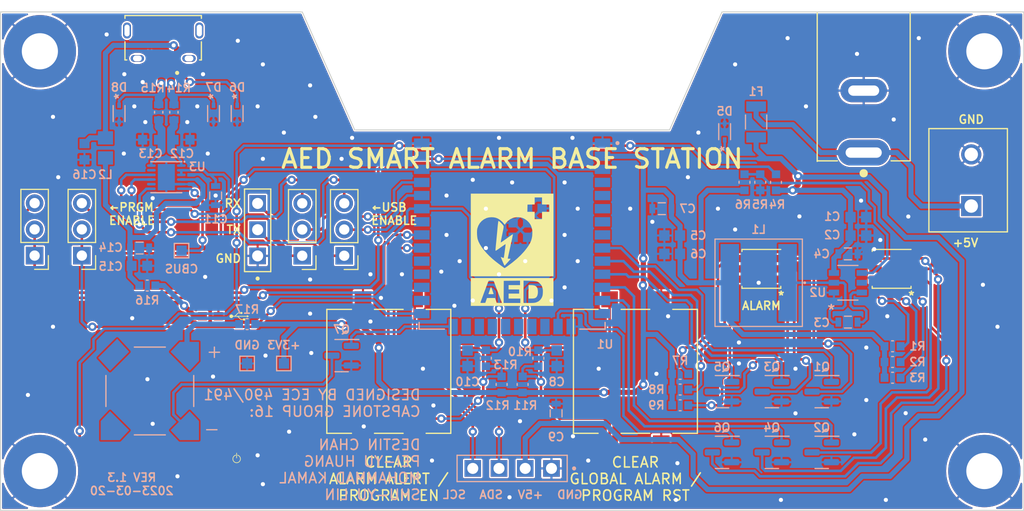
<source format=kicad_pcb>
(kicad_pcb (version 20211014) (generator pcbnew)
  (title_block (title "AED SMART ALARM BASE STATION") (date "2023-03-18") (rev "1.3") (company "ECE 490/491 GROUP 16 DESTIN CHAN, PEI-YU HUANG, MOHAMMAD KAMAL, SHU-YU LIN"))
  (layers (0 "F.Cu" signal) (31 "B.Cu" signal) (34 "B.Paste" user) (35 "F.Paste" user) (36 "B.SilkS" user "B.Silkscreen") (37 "F.SilkS" user "F.Silkscreen") (38 "B.Mask" user) (39 "F.Mask" user) (44 "Edge.Cuts" user))
  (net 0 "")
  (net 1 "+3V3")
  (net 2 "Earth")
  (net 3 "+5V")
  (net 4 "/INPUT POWER/SW")
  (net 5 "+EXT_5V")
  (net 6 "USB_DP")
  (net 7 "Net-(D1-Pad2)")
  (net 8 "Net-(D3-Pad1)")
  (net 9 "Net-(D3-Pad2)")
  (net 10 "Net-(D3-Pad3)")
  (net 11 "Net-(D3-Pad4)")
  (net 12 "Net-(D3-Pad5)")
  (net 13 "Net-(D3-Pad6)")
  (net 14 "Net-(D4-Pad1)")
  (net 15 "Net-(D4-Pad2)")
  (net 16 "Net-(D4-Pad3)")
  (net 17 "Net-(D4-Pad4)")
  (net 18 "Net-(D4-Pad5)")
  (net 19 "Net-(D4-Pad6)")
  (net 20 "Net-(C3-Pad1)")
  (net 21 "SCL")
  (net 22 "SDA")
  (net 27 "PIEZO_EN")
  (net 28 "LEDR0_EN")
  (net 29 "LEDG0_EN")
  (net 30 "LEDB0_EN")
  (net 31 "LEDR1_EN")
  (net 32 "LEDG1_EN")
  (net 33 "LEDB1_EN")
  (net 34 "/INPUT POWER/FB")
  (net 35 "Net-(C16-Pad1)")
  (net 38 "Net-(C11-Pad1)")
  (net 41 "Net-(F1-Pad1)")
  (net 42 "USB_DN")
  (net 43 "/UART_TX_ESP32")
  (net 44 "USBCON_RX")
  (net 45 "/UART_RX_ESP32")
  (net 46 "USBCON_TX")
  (net 47 "PIEZO-RST_SW")
  (net 48 "Net-(D2-Pad2)")
  (net 49 "Net-(D7-Pad1)")
  (net 50 "Net-(D8-Pad1)")
  (net 69 "CLR-ALM_SW")
  (net 70 "Net-(LS1-Pad2)")
  (net 71 "Net-(R10-Pad1)")
  (net 72 "Net-(R12-Pad2)")
  (net 73 "PRGM-EN")
  (net 74 "PRGM-RST")
  (net 75 "Net-(TP3-Pad1)")
  (net 76 "Net-(J3-Pad3)")
  (net 77 "Net-(J3-Pad2)")
  (net 78 "Net-(LS1-Pad1)")
  (footprint "1. Mounting Hole:3.5mmMountingHolePad" (layer "F.Cu") (at 108.458 121.666)
    (fp_text reference "REF**" hide)
    (fp_text value "MountingHole_3.5mm_Pad" hide)
  )
  (footprint "1. LB-Q39E-N1OO-35-1 (Blue LED):LB Q39E-N1OO-35-1" (layer "F.Cu") (at 124.968 120.396 180)
    (fp_text reference "D2" hide)
    (fp_text value "LB Q39E-N1OO-35-1" hide)
  )
  (footprint "1. LW-Q38G-Q1OO-3K6L-1 (White LED):LW Q38G-Q1OO-3K6L-1" (layer "F.Cu") (at 124.968 106.68 180)
    (fp_text reference "D1" hide)
    (fp_text value "LW Q38G-Q1OO-3K6L-1" hide)
  )
  (footprint "1. CLX6E-FKC-CH1M1D1BB7C3D3 (RGB LED):CLX6E-FKC-CH1M1D1BB7C3D3" (layer "F.Cu") (at 190.918 102.092001 180)
    (fp_text reference "D4" hide)
    (fp_text value "CLX6E-FKC-CH1M1D1BB7C3D3" hide)
  )
  (footprint "1. TL3300DF260Q (Tactile Switch):TL3300DF260Q" (layer "F.Cu") (at 141.986 111.76 180)
    (fp_text reference "SW1" hide)
    (fp_text value "TL3300DF260Q" hide)
  )
  (footprint "LOGO" (layer "F.Cu") (at 127.508 120.396)
    (fp_text reference "G***" hide)
    (fp_text value "LOGO" hide)
  )
  (footprint "1. PJ-037A (DC Power Jack):PJ-037A" (layer "F.Cu") (at 188.214 84.836)
    (fp_text reference "J6" hide)
    (fp_text value "PJ-037A" hide)
  )
  (footprint "1. Mounting Hole:3.5mmMountingHolePad" (layer "F.Cu") (at 108.458 81.026)
    (fp_text reference "REF**" hide)
    (fp_text value "MountingHole_3.5mm_Pad" hide)
  )
  (footprint "1. TL3300DF260Q (Tactile Switch):TL3300DF260Q" (layer "F.Cu") (at 166.37 112.268)
    (fp_text reference "SW2" hide)
    (fp_text value "TL3300DF260Q" hide)
  )
  (footprint "LOGO" (layer "F.Cu") (at 154.178 100.2284)
    (fp_text reference "G***" hide)
    (fp_text value "LOGO" hide)
  )
  (footprint "1. Mounting Hole:3.5mmMountingHolePad" (layer "F.Cu") (at 199.898 121.666)
    (fp_text reference "REF**" hide)
    (fp_text value "MountingHole_3.5mm_Pad" hide)
  )
  (footprint "1. 10118194-0001LF (USB port):10118194-0001LF" (layer "F.Cu") (at 120.396 79.0175 180)
    (fp_text reference "Je1" hide)
    (fp_text value "10118194-0001LF" hide)
  )
  (footprint "1. PPPC031LFBN-RC (3-pin Socket):PPPC031LFBN-RC" (layer "F.Cu") (at 129.54 98.298 180)
    (fp_text reference "J3" hide)
    (fp_text value "PPPC031LFBN-RC" hide)
  )
  (footprint "LOGO" (layer "F.Cu") (at 127.762 106.68)
    (fp_text reference "G***" hide)
    (fp_text value "LOGO" hide)
  )
  (footprint "1. PRPC003SAAN-RC (Jumper Pins):PRPC003SAAN-RC" (layer "F.Cu") (at 112.522 100.808 180)
    (fp_text reference "J2" hide)
    (fp_text value "PRPC003SAAN-RC" hide)
  )
  (footprint "1. CLX6E-FKC-CH1M1D1BB7C3D3 (RGB LED):CLX6E-FKC-CH1M1D1BB7C3D3" (layer "F.Cu") (at 178.308 102.092001 180)
    (fp_text reference "D3" hide)
    (fp_text value "CLX6E-FKC-CH1M1D1BB7C3D3" hide)
  )
  (footprint "1. PRPC003SAAN-RC (Jumper Pins):PRPC003SAAN-RC" (layer "F.Cu") (at 107.95 100.808 180)
    (fp_text reference "J1" hide)
    (fp_text value "PRPC003SAAN-RC" hide)
  )
  (footprint "1. Mounting Hole:3.5mmMountingHolePad" (layer "F.Cu") (at 199.898 81.026)
    (fp_text reference "REF**" hide)
    (fp_text value "MountingHole_3.5mm_Pad" hide)
  )
  (footprint "1. PRPC003SAAN-RC (Jumper Pins):PRPC003SAAN-RC" (layer "F.Cu") (at 137.922 100.823 180)
    (fp_text reference "J5" hide)
    (fp_text value "PRPC003SAAN-RC" hide)
  )
  (footprint "1. Screw Terminal (TB002-500 5mm Pitch):CUI_TB002-500-02BE" (layer "F.Cu") (at 198.628 96.012 90)
    (fp_text reference "OPT1" hide)
    (fp_text value "SCREW_TERM_BLK_OPT" hide)
  )
  (footprint "1. PRPC003SAAN-RC (Jumper Pins):PRPC003SAAN-RC" (layer "F.Cu") (at 133.858 100.823 180)
    (fp_text reference "J4" hide)
    (fp_text value "PRPC003SAAN-RC" hide)
  )
  (footprint "1. ERJ-3EKF1001V (1k Resistor):ERJ-3EKF1001V" (layer "B.Cu") (at 118.857 103.708)
    (fp_text reference "R16")
    (fp_text value "ERJ-3EKF1001V" hide)
  )
  (footprint "1. ERJ-3EKF1001V (1k Resistor):ERJ-3EKF1001V" (layer "B.Cu") (at 151.638 110.744 90)
    (fp_text reference "R13")
    (fp_text value "ERJ-3EKF1001V" hide)
  )
  (footprint "1. ERJ-3EKF1001V (1k Resistor):ERJ-3EKF1001V" (layer "B.Cu") (at 156.718 110.744 90)
    (fp_text reference "R10")
    (fp_text value "ERJ-3EKF1001V" hide)
  )
  (footprint "1. C1608X7R1H104K080AA (0.1u Capacitor):C1608X7R1H104K080AA" (layer "B.Cu") (at 118.11 100.076)
    (fp_text reference "C14")
    (fp_text value "C1608X7R1H104K080AA" hide)
  )
  (footprint "1. ESD5Z2-5T5G (TVS Diode):ESD5Z2.5T5G" (layer "B.Cu") (at 127.556 87.056 -90)
    (fp_text reference "D6")
    (fp_text value "ESD5Z2.5T5G" hide)
  )
  (footprint "1. ERJ-3EKF1001V (1k Resistor):ERJ-3EKF1001V" (layer "B.Cu") (at 179.72405 93.710001 90)
    (fp_text reference "R4")
    (fp_text value "ERJ-3EKF1001V" hide)
  )
  (footprint "1. C1608X7R1H104K080AA (0.1u Capacitor):C1608X7R1H104K080AA" (layer "B.Cu") (at 168.67325 96.266 180)
    (fp_text reference "C7")
    (fp_text value "C1608X7R1H104K080AA" hide)
  )
  (footprint "1. GRM188R61E106KA73D (10u Capacitor):GRM188R61E106KA73D" (layer "B.Cu") (at 149.86 110.744 -90)
    (fp_text reference "C10")
    (fp_text value "GRM188R61E106KA73D" hide)
  )
  (footprint "1. Test Point Pad 1x1mm Square:TestPoint_Pad_1.0x1.0mm" (layer "B.Cu") (at 122.174 100.33 180)
    (fp_text reference "TP3" hide)
    (fp_text value "TestPoint Pad" hide)
  )
  (footprint "1. DMN67D8L-7 (MOSFET):DMN67D8L-7" (layer "B.Cu") (at 184.15 113.979201 180)
    (fp_text reference "Q1")
    (fp_text value "DMN67D8L" hide)
  )
  (footprint "1. GCM1885C2A470JA16D (47p Capacitor):GCM1885C2A470JA16D" (layer "B.Cu") (at 119.1768 89.596 180)
    (fp_text reference "C13")
    (fp_text value "GCM1885C2A470JA16D" hide)
  )
  (footprint "1. DMN67D8L-7 (MOSFET):DMN67D8L-7" (layer "B.Cu") (at 179.324 119.857001 180)
    (fp_text reference "Q4")
    (fp_text value "DMN67D8L" hide)
  )
  (footprint "1. ERJ-3EKF27R0V (27 Resistor):ERJ3EKF27R0V" (layer "B.Cu") (at 121.4346 86.929 90)
    (fp_text reference "R14")
    (fp_text value "ERJ-3EKF27R0V" hide)
  )
  (footprint "1. ERJ-3EKF1001V (1k Resistor):ERJ-3EKF1001V" (layer "B.Cu") (at 191.008 109.585001)
    (fp_text reference "R1")
    (fp_text value "ERJ-3EKF1001V" hide)
  )
  (footprint "1. ERJ-3GEY0R00V (0 ohm Resistor):ERJ-3GEY0R00V" (layer "B.Cu") (at 128.524 107.442 180)
    (fp_text reference "R17")
    (fp_text value "ERJ-3GEY0R00V" hide)
  )
  (footprint "1. GRM188R61A226ME15D (22u Capacitor):GRM188R61A226ME15D" (layer "B.Cu") (at 169.675 98.865001 180)
    (fp_text reference "C5")
    (fp_text value "GRM188R61A226ME15D" hide)
  )
  (footprint "1. DMN67D8L-7 (MOSFET):DMN67D8L-7" (layer "B.Cu") (at 137.668 110.49 180)
    (fp_text reference "Q7")
    (fp_text value "DMN67D8L" hide)
  )
  (footprint "1. FT234XD-T (USB Controller):FT234XD-T" (layer "B.Cu") (at 120.7008 93.218 180)
    (fp_text reference "U3")
    (fp_text value "FT234XD-T" hide)
  )
  (footprint "1. ERJ-3EKF1001V (1k Resistor):ERJ-3EKF1001V" (layer "B.Cu") (at 170.449799 113.776001)
    (fp_text reference "R8")
    (fp_text value "ERJ-3EKF1001V" hide)
  )
  (footprint "1. C1608X7R1H104K080AA (0.1u Capacitor):C1608X7R1H104K080AA" (layer "B.Cu") (at 158.4365 116.078 90)
    (fp_text reference "C9")
    (fp_text value "C1608X7R1H104K080AA" hide)
  )
  (footprint "1. DMN67D8L-7 (MOSFET):DMN67D8L-7" (layer "B.Cu") (at 174.498 113.979201 180)
    (fp_text reference "Q5")
    (fp_text value "DMN67D8L" hide)
  )
  (footprint "1. DMN67D8L-7 (MOSFET):DMN67D8L-7" (layer "B.Cu") (at 174.498 119.857001 180)
    (fp_text reference "Q6")
    (fp_text value "DMN67D8L" hide)
  )
  (footprint "1. ERJ-3EKF27R0V (27 Resistor):ERJ3EKF27R0V" (layer "B.Cu") (at 119.9614 86.929 90)
    (fp_text reference "R15")
    (fp_text value "ERJ-3EKF27R0V" hide)
  )
  (footprint "1. ERJ-3EKF1001V (1k Resistor):ERJ-3EKF1001V" (layer "B.Cu") (at 191.008 112.633001)
    (fp_text reference "R3")
    (fp_text value "ERJ-3EKF1001V" hide)
  )
  (footprint "1. ERJ-3EKF1001V (1k Resistor):ERJ-3EKF1001V" (layer "B.Cu") (at 153.162 113.284 90)
    (fp_text reference "R12")
    (fp_text value "ERJ-3EKF1001V" hide)
  )
  (footprint "1. MI0805K601R-10 (Ferrite Bead):MI0805K601R-10" (layer "B.Cu") (at 114.808 90.381 90)
    (fp_text reference "L2")
    (fp_text value "MI0805K601R-10" hide)
  )
  (footprint "1. C1608X7R1H103K080AA(0.01u Capacitor):C1608X7R1H103K080AA" (layer "B.Cu") (at 112.776 90.746 -90)
    (fp_text reference "C16")
    (fp_text value "C1608X7R1H103K080AA" hide)
  )
  (footprint "1. ESD5Z2-5T5G (TVS Diode):ESD5Z2.5T5G" (layer "B.Cu") (at 125.27 87.056 -90)
    (fp_text reference "D7")
    (fp_text value "ESD5Z2.5T5G" hide)
  )
  (footprint "1. C1608X7R1H104K080AA (0.1u Capacitor):C1608X7R1H104K080AA" (layer "B.Cu") (at 186.69 107.247001 180)
    (fp_text reference "C3")
    (fp_text value "C1608X7R1H104K080AA" hide)
  )
  (footprint "1. ERJ-3EKF1001V (1k Resistor):ERJ-3EKF1001V" (layer "B.Cu") (at 191.008 111.109001)
    (fp_text reference "R2")
    (fp_text value "ERJ-3EKF1001V" hide)
  )
  (footprint "1. ESD5Z2-5T5G (TVS Diode):ESD5Z2.5T5G" (layer "B.Cu") (at 174.752 88.8111 90)
    (fp_text reference "D5")
    (fp_text value "ESD5Z2.5T5G" hide)
  )
  (footprint "1. GRM188R61E106KA73D (10u Capacitor):GRM188R61E106KA73D" (layer "B.Cu") (at 187.69965 98.865001)
    (fp_text reference "C2")
    (fp_text value "GRM188R61E106KA73D" hide)
  )
  (footprint "1. Test Point Pad 1x1mm Square:TestPoint_Pad_1.0x1.0mm" (layer "B.Cu") (at 132.08 111.252 180)
    (fp_text reference "TP1" hide)
    (fp_text value "TestPoint Pad" hide)
  )
  (footprint "1. DMN67D8L-7 (MOSFET):DMN67D8L-7" (layer "B.Cu") (at 179.324 113.979201 180)
    (fp_text reference "Q3")
    (fp_text value "DMN67D8L" hide)
  )
  (footprint "1. 0ZCJ0110FF2E (PTC Resistor):0ZCJ0110FF2E" (layer "B.Cu") (at 177.8 87.8713 -90)
    (fp_text reference "F1")
    (fp_text value "0ZCJ0110FF2E" hide)
  )
  (footprint "1. ESD5Z2-5T5G (TVS Diode):ESD5Z2.5T5G" (layer "B.Cu") (at 116.126 87.056 -90)
    (fp_text reference "D8")
    (fp_text value "ESD5Z2.5T5G" hide)
  )
  (footprint "1. PPTC041LFBN-RC (4-pin Socket):PPTC041LFBN-RC" (layer "B.Cu") (at 154.178 121.412 180)
    (fp_text reference "J8" hide)
    (fp_text value "PPTC041LFBN-RC" hide)
  )
  (footprint "1. C1608X7R1H104K080AA (0.1u Capacitor):C1608X7R1H104K080AA" (layer "B.Cu") (at 186.68365 100.643001)
    (fp_text reference "C4")
    (fp_text value "C1608X7R1H104K080AA" hide)
  )
  (footprint "1. Test Point Pad 1x1mm Square:TestPoint_Pad_1.0x1.0mm" (layer "B.Cu") (at 128.524 111.252 180)
    (fp_text reference "TP2" hide)
    (fp_text value "TestPoint Pad" hide)
  )
  (footprint "1. GRM188R61A226ME15D (22u Capacitor):GRM188R61A226ME15D" (layer "B.Cu") (at 187.69965 97.087001)
    (fp_text reference "C1")
    (fp_text value "GRM188R61A226ME15D" hide)
  )
  (footprint "1 .SMT-0827-S-HT-R (Speaker):SMT-0827-S-HT-R" (layer "B.Cu") (at 119.10375 113.915 180)
    (fp_text reference "LS1" hide)
    (fp_text value "SMT-0827-S-HT-R" hide)
  )
  (footprint "1. GCM1885C2A470JA16D (47p Capacitor):GCM1885C2A470JA16D" (layer "B.Cu") (at 122.218 89.596)
    (fp_text reference "C12")
    (fp_text value "GCM1885C2A470JA16D" hide)
  )
  (footprint "1. NRS8030T3R3MJGJ (Inductor):NRS8030T3R3MJGJ" (layer "B.Cu") (at 178.04765 103.437001 180)
    (fp_text reference "L1")
    (fp_text value "NRS8030T3R3MJGJ" hide)
  )
  (footprint "1. GRM188R61E106KA73D (10u Capacitor):GRM188R61E106KA73D" (layer "B.Cu") (at 158.496 110.744 -90)
    (fp_text reference "C8")
    (fp_text value "GRM188R61E106KA73D" hide)
  )
  (footprint "1. AP62301WU-7 (Buck Convter):AP62301WU-7" (layer "B.Cu") (at 186.68365 103.437001)
    (fp_text reference "U2")
    (fp_text value "AP62301WU-7" hide)
  )
  (footprint "1. ERJ-3EKF1001V (1k Resistor):ERJ-3EKF1001V" (layer "B.Cu") (at 170.449799 112.252001)
    (fp_text reference "R7")
    (fp_text value "ERJ-3EKF1001V" hide)
  )
  (footprint "1. ERJ-3EKF1002V (10k resistor):ERJ-3EKF1002V" (layer "B.Cu") (at 178.20005 93.710001 -90)
    (fp_text reference "R5")
    (fp_text value "ERJ-3EKF1002V" hide)
  )
  (footprint "1. ESP32-WROOM-32E-N16:ESP32-WROOM-32E-N16" (layer "B.Cu") (at 154.178 95.176 180)
    (fp_text reference "U1")
    (fp_text value "ESP32-WROOM-32E-N16" hide)
  )
  (footprint "1. ERJ-3EKF3162V (31.6k resistor):ERJ-3EKF3162V" (layer "B.Cu") (at 176.67605 93.710001 90)
    (fp_text reference "R6")
    (fp_text value "ERJ-3EKF3162V" hide)
  )
  (footprint "1. DMN67D8L-7 (MOSFET):DMN67D8L-7" (layer "B.Cu") (at 184.15 119.857001 180)
    (fp_text reference "Q2")
    (fp_text value "DMN67D8L" hide)
  )
  (footprint "1. C1608X7R1H104K080AA (0.1u Capacitor):C1608X7R1H104K080AA" (layer "B.Cu") (at 125.476 94.996 -90)
    (fp_text reference "C11")
    (fp_text value "C1608X7R1H104K080AA" hide)
  )
  (footprint "1. ERJ-3EKF1001V (1k Resistor):ERJ-3EKF1001V" (layer "B.Cu") (at 170.449799 115.300001)
    (fp_text reference "R9")
    (fp_text value "ERJ-3EKF1001V" hide)
  )
  (footprint "1. ERJ-3EKF1001V (1k Resistor):ERJ-3EKF1001V" (layer "B.Cu") (at 155.194 113.284 90)
    (fp_text reference "R11")
    (fp_text value "ERJ-3EKF1001V" hide)
  )
  (footprint "1. GRM188R61E475KE11D (4.7u Capacitor):GRM188R61E475KE11D" (layer "B.Cu") (at 118.095 101.795)
    (fp_text reference "C15")
    (fp_text value "GRM188R61E475KE11D" hide)
  )
  (footprint "1. GRM188R61A226ME15D (22u Capacitor):GRM188R61A226ME15D" (layer "B.Cu") (at 169.675 100.643001 180)
    (fp_text reference "C6")
    (fp_text value "GRM188R61A226ME15D" hide)
  )
  (gr_poly (pts (xy 169.418 88.646) (xy 138.938 88.646) (xy 133.858 77.216) (xy 104.648 77.216) (xy 104.648 125.476) (xy 203.708 125.476) (xy 203.708 77.216) (xy 174.498 77.216)) (layer "Edge.Cuts") (width 0.1) (fill none))
  (gr_text "CBUS" (at 122.174 102.108) (layer "B.SilkS") (effects (font (size 0.8 0.8)) (justify mirror)))
  (gr_text "REV 1.3\n2023-03-20" (at 117.348 122.936) (layer "B.SilkS") (effects (font (size 0.8 0.8)) (justify mirror)))
  (gr_text "GND\n" (at 128.524 109.474) (layer "B.SilkS") (effects (font (size 0.8 0.8)) (justify mirror)))
  (gr_text "DESIGNED BY ECE 490/491\nCAPSTONE GROUP 16:\n\nDESTIN CHAN\nPEI-YU HUANG\nMOHAMMAD KAMAL\nSHU-YU LIN\n" (at 145.402 119.126) (layer "B.SilkS") (effects (font (size 1 1)) (justify left mirror)))
  (gr_text "SCL" (at 148.59 123.952) (layer "B.SilkS") (effects (font (size 0.8 0.8)) (justify mirror)))
  (gr_text "SDA" (at 152.146 123.952) (layer "B.SilkS") (effects (font (size 0.8 0.8)) (justify mirror)))
  (gr_text "+5V" (at 155.956 123.952) (layer "B.SilkS") (effects (font (size 0.8 0.8)) (justify mirror)))
  (gr_text "+3V3" (at 132.08 109.474) (layer "B.SilkS") (effects (font (size 0.8 0.8)) (justify mirror)))
  (gr_text "GND" (at 159.766 123.952) (layer "B.SilkS") (effects (font (size 0.8 0.8)) (justify mirror)))
  (gr_text "CLEAR\nALARM ALERT /\nPROGRAM EN" (at 142.24 122.428) (layer "F.SilkS") (effects (font (size 1 1))))
  (gr_text "+5V" (at 199.39 99.568) (layer "F.SilkS") (effects (font (size 0.8 0.8)) (justify right)))
  (gr_text "ALARM" (at 178.308 105.664) (layer "F.SilkS") (effects (font (size 0.8 0.8))))
  (gr_text "GND" (at 198.628 87.63) (layer "F.SilkS") (effects (font (size 0.8 0.8))))
  (gr_text "←PRGM\nENABLE" (at 115.062 96.774) (layer "F.SilkS") (effects (font (size 0.8 0.8)) (justify left)))
  (gr_text "AED SMART ALARM BASE STATION" (at 154.178 91.44) (layer "F.SilkS") (effects (font (size 1.8 1.8) (thickness 0.3))))
  (gr_text "TX" (at 128.016 98.298) (layer "F.SilkS") (effects (font (size 0.8 0.8)) (justify right)))
  (gr_text "GND\n" (at 128.016 101.092) (layer "F.SilkS") (effects (font (size 0.8 0.8)) (justify right)))
  (gr_text "←USB \nENABLE" (at 140.462 96.774) (layer "F.SilkS") (effects (font (size 0.8 0.8)) (justify left)))
  (gr_text "CLEAR\nGLOBAL ALARM /\nPROGRAM RST\n" (at 166.116 122.428) (layer "F.SilkS") (effects (font (size 1 1))))
  (gr_text "RX" (at 128.016 95.758) (layer "F.SilkS") (effects (font (size 0.8 0.8)) (justify right)))
  (segment (start 141.272 109.268) (end 141.272 109.728) (width 0.5) (layer "F.Cu") (net 1))
  (segment (start 166.837359 103.672641) (end 166.878 103.632) (width 0.5) (layer "F.Cu") (net 1))
  (segment (start 166.878 113.284) (end 166.116 114.046) (width 0.5) (layer "F.Cu") (net 1))
  (segment (start 166.116 114.046) (end 163.068 114.046) (width 0.5) (layer "F.Cu") (net 1))
  (segment (start 137.668 107.442) (end 139.446 107.442) (width 0.5) (layer "F.Cu") (net 1))
  (segment (start 166.878 103.632) (end 166.878 101.092) (width 0.5) (layer "F.Cu") (net 1))
  (segment (start 139.446 107.442) (end 141.272 109.268) (width 0.5) (layer "F.Cu") (net 1))
  (via (at 137.668 107.442) (size 0.8) (drill 0.4) (layers "F.Cu" "B.Cu") (net 1))
  (via (at 166.878 113.284) (size 0.8) (drill 0.4) (layers "F.Cu" "B.Cu") (net 1))
  (via (at 163.068 114.046) (size 0.8) (drill 0.4) (layers "F.Cu" "B.Cu") (net 1))
  (via (at 166.878 101.092) (size 0.8) (drill 0.4) (layers "F.Cu" "B.Cu") (net 1))
  (via (at 166.837359 103.672641) (size 0.8) (drill 0.4) (layers "F.Cu" "B.Cu") (net 1))
  (via (at 141.272 109.728) (size 0.8) (drill 0.4) (layers "F.Cu" "B.Cu") (net 1))
  (segment (start 169.672 112.252001) (end 169.672 109.966001) (width 0.5) (layer "B.Cu") (net 1))
  (segment (start 166.878 91.694) (end 166.878 101.092) (width 0.5) (layer "B.Cu") (net 1))
  (segment (start 170.434 102.675001) (end 170.434 100.643001) (width 0.5) (layer "B.Cu") (net 1))
  (segment (start 153.162 114.061799) (end 155.194 114.061799) (width 0.5) (layer "B.Cu") (net 1))
  (segment (start 132.08 108.712) (end 132.08 111.252) (width 0.5) (layer "B.Cu") (net 1))
  (segment (start 169.60035 95.139151) (end 169.60035 97.087001) (width 0.5) (layer "B.Cu") (net 1))
  (segment (start 170.434 97.920651) (end 169.60035 97.087001) (width 0.5) (layer "B.Cu") (net 1))
  (segment (start 166.878 94.472001) (end 168.9332 94.472001) (width 0.5) (layer "B.Cu") (net 1))
  (segment (start 170.434 98.865001) (end 170.434 97.920651) (width 0.5) (layer "B.Cu") (net 1))
  (segment (start 175.2473 107.159301) (end 176.53 108.442001) (width 0.5) (layer "B.Cu") (net 1))
  (segment (start 171.196 103.437001) (end 170.434 102.675001) (width 0.5) (layer "B.Cu") (net 1))
  (segment (start 133.35 107.442) (end 137.668 107.442) (width 0.5) (layer "B.Cu") (net 1))
  (segment (start 166.878 103.713282) (end 166.878 113.284) (width 0.5) (layer "B.Cu") (net 1))
  (segment (start 176.67605 94.4878) (end 173.119526 94.4878) (width 0.5) (layer "B.Cu") (net 1))
  (segment (start 163.052201 114.061799) (end 155.194 114.061799) (width 0.5) (layer "B.Cu") (net 1))
  (segment (start 190.230201 111.109001) (end 190.230201 112.633001) (width 0.5) (layer "B.Cu") (net 1))
  (segment (start 189.087201 108.442001) (end 190.230201 109.585001) (width 0.5) (layer "B.Cu") (net 1))
  (segment (start 190.230201 109.585001) (end 190.230201 111.109001) (width 0.5) (layer "B.Cu") (net 1))
  (segment (start 166.37 91.186) (end 162.928 91.186) (width 0.5) (layer "B.Cu") (net 1))
  (segment (start 169.672 112.252001) (end 169.672 115.300001) (width 0.5) (layer "B.Cu") (net 1))
  (segment (start 133.35 107.442) (end 132.08 108.712) (width 0.5) (layer "B.Cu") (net 1))
  (segment (start 169.672 109.966001) (end 168.148 108.442001) (width 0.5) (layer "B.Cu") (net 1))
  (segment (start 175.2473 103.437001) (end 175.2473 107.159301) (width 0.5) (layer "B.Cu") (net 1))
  (segment (start 168.9332 94.472001) (end 169.60035 95.139151) (width 0.5) (layer "B.Cu") (net 1))
  (segment (start 141.272 109.728) (end 141.272 113.0145) (width 0.5) (layer "B.Cu") (net 1))
  (segment (start 172.391 103.437001) (end 171.196 103.437001) (width 0.5) (layer "B.Cu") (net 1))
  (segment (start 133.35 107.442) (end 129.301799 107.442) (width 0.5) (layer "B.Cu") (net 1))
  (segment (start 172.466 103.362001) (end 172.391 103.437001) (width 0.5) (layer "B.Cu") (net 1))
  (segment (start 172.391 103.437001) (end 175.2473 103.437001) (width 0.5) (layer "B.Cu") (net 1))
  (segment (start 173.119526 94.4878) (end 172.466 95.141326) (width 0.5) (layer "B.Cu") (net 1))
  (segment (start 166.878 91.694) (end 166.37 91.186) (width 0.5) (layer "B.Cu") (net 1))
  (segment (start 142.319299 114.061799) (end 153.162 114.061799) (width 0.5) (layer "B.Cu") (net 1))
  (segment (start 166.837359 103.672641) (end 166.878 103.713282) (width 0.5) (layer "B.Cu") (net 1))
  (segment (start 170.434 100.643001) (end 170.434 98.865001) (width 0.5) (layer "B.Cu") (net 1))
  (segment (start 172.466 95.141326) (end 172.466 103.362001) (width 0.5) (layer "B.Cu") (net 1))
  (segment (start 163.068 114.046) (end 163.052201 114.061799) (width 0.5) (layer "B.Cu") (net 1))
  (segment (start 168.148 108.442001) (end 166.878 108.442001) (width 0.5) (layer "B.Cu") (net 1))
  (segment (start 141.272 113.0145) (end 142.319299 114.061799) (width 0.5) (layer "B.Cu") (net 1))
  (segment (start 176.53 108.442001) (end 189.087201 108.442001) (width 0.5) (layer "B.Cu") (net 1))
  (via (at 151.638 96.266) (size 0.8) (drill 0.4) (layers "F.Cu" "B.Cu") (net 2))
  (via (at 129.54 86.36) (size 0.8) (drill 0.4) (layers "F.Cu" "B.Cu") (net 2))
  (via (at 130.048 122.936) (size 0.8) (drill 0.4) (layers "F.Cu" "B.Cu") (net 2))
  (via (at 188.468 109.712001) (size 0.8) (drill 0.4) (layers "F.Cu" "B.Cu") (net 2))
  (via (at 194.17 118.618) (size 0.8) (drill 0.4) (layers "F.Cu" "B.Cu") (net 2))
  (via (at 174.104 96.266) (size 0.8) (drill 0.4) (layers "F.Cu" "B.Cu") (net 2))
  (via (at 110.236 93.218) (size 0.8) (drill 0.4) (layers "F.Cu" "B.Cu") (net 2))
  (via (at 129.54 120.142) (size 0.8) (drill 0.4) (layers "F.Cu" "B.Cu") (net 2))
  (via (at 162.56 111.76) (size 0.8) (drill 0.4) (layers "F.Cu" "B.Cu") (net 2))
  (via (at 165.608 96.266) (size 0.8) (drill 0.4) (layers "F.Cu" "B.Cu") (net 2))
  (via (at 127.622 80.01) (size 0.8) (drill 0.4) (layers "F.Cu" "B.Cu") (net 2))
  (via (at 160.02 89.408) (size 0.8) (drill 0.4) (layers "F.Cu" "B.Cu") (net 2))
  (via (at 137.668 91.44) (size 0.8) (drill 0.4) (layers "F.Cu" "B.Cu") (net 2))
  (via (at 169.278 106.68) (size 0.8) (drill 0.4) (layers "F.Cu" "B.Cu") (net 2))
  (via (at 182.626 86.36) (size 0.8) (drill 0.4) (layers "F.Cu" "B.Cu") (net 2))
  (via (at 187.312 118.11) (size 0.8) (drill 0.4) (layers "F.Cu" "B.Cu") (net 2))
  (via (at 146.558 115.316) (size 0.8) (drill 0.4) (layers "F.Cu" "B.Cu") (net 2))
  (via (at 190.5 106.68) (size 0.8) (drill 0.4) (layers "F.Cu" "B.Cu") (net 2))
  (via (at 132.08 88.9) (size 0.8) (drill 0.4) (layers "F.Cu" "B.Cu") (net 2))
  (via (at 139.814 117.348) (size 0.8) (drill 0.4) (layers "F.Cu" "B.Cu") (net 2))
  (via (at 153.924 124.206) (size 0.8) (drill 0.4) (layers "F.Cu" "B.Cu") (net 2))
  (via (at 190.36 124.46) (size 0.8) (drill 0.4) (layers "F.Cu" "B.Cu") (net 2))
  (via (at 125.476 94.996) (size 0.8) (drill 0.4) (layers "F.Cu" "B.Cu") (net 2))
  (via (at 181.991 97.012001) (size 0.8) (drill 0.4) (layers "F.Cu" "B.Cu") (net 2))
  (via (at 146.418 120.65) (size 0.8) (drill 0.4) (layers "F.Cu" "B.Cu") (net 2))
  (via (at 107.302 114.3) (size 0.8) (drill 0.4) (layers "F.Cu" "B.Cu") (net 2))
  (via (at 109.728 87.376) (size 0.8) (drill 0.4) (layers "F.Cu" "B.Cu") (net 2))
  (via (at 192.532 97.028) (size 0.8) (drill 0.4) (layers "F.Cu" "B.Cu") (net 2))
  (via (at 134.62 103.124) (size 0.8) (drill 0.4) (layers "F.Cu" "B.Cu") (net 2))
  (via (at 116.634 83.246) (size 0.8) (drill 0.4) (layers "F.Cu" "B.Cu") (net 2))
  (via (at 135.128 87.376) (size 0.8) (drill 0.4) (layers "F.Cu" "B.Cu") (net 2))
  (via (at 160.068 118.298) (size 0.8) (drill 0.4) (layers "F.Cu" "B.Cu") (net 2))
  (via (at 150.368 105.156) (size 0.8) (drill 0.4) (layers "F.Cu" "B.Cu") (net 2))
  (via (at 124.46 102.87) (size 0.8) (drill 0.4) (layers "F.Cu" "B.Cu") (net 2))
  (via (at 188.468 114.792001) (size 0.8) (drill 0.4) (layers "F.Cu" "B.Cu") (net 2))
  (via (at 124.254 83.246) (size 0.8) (drill 0.4) (layers "F.Cu" "B.Cu") (net 2))
  (via (at 192.278 116.062001) (size 0.8) (drill 0.4) (layers "F.Cu" "B.Cu") (net 2))
  (via (at 159.258 93.726) (size 0.8) (drill 0.4) (layers "F.Cu" "B.Cu") (net 2))
  (via (at 189.23 100.184498) (size 0.8) (drill 0.4) (layers "F.Cu" "B.Cu") (net 2))
  (via (at 178.04765 103.437001) (size 0.8) (drill 0.4) (layers "F.Cu" "B.Cu") (net 2))
  (via (at 152.908 89.408) (size 0.8) (drill 0.4) (layers "F.Cu" "B.Cu") (net 2))
  (via (at 143.51 102.616) (size 0.8) (drill 0.4) (layers "F.Cu" "B.Cu") (net 2))
  (via (at 125.222 112.522) (size 0.8) (drill 0.4) (layers "F.Cu" "B.Cu") (net 2))
  (via (at 119.38 117.094) (size 0.8) (drill 0.4) (layers "F.Cu" "B.Cu") (net 2))
  (via (at 130.048 91.44) (size 0.8) (drill 0.4) (layers "F.Cu" "B.Cu") (net 2))
  (via (at 149.098 101.346) (size 0.8) (drill 0.4) (layers "F.Cu" "B.Cu") (net 2))
  (via (at 121.78 122.174) (size 0.8) (drill 0.4) (layers "F.Cu" "B.Cu") (net 2))
  (via (at 180.848 79.756) (size 0.8) (drill 0.4) (layers "F.Cu" "B.Cu") (net 2))
  (via (at 119.38 95.25) (size 0.8) (drill 0.4) (layers "F.Cu" "B.Cu") (net 2))
  (via (at 191.122 87.63) (size 0.8) (drill 0.4) (layers "F.Cu" "B.Cu") (net 2))
  (via (at 147.828 98.806) (size 0.8) (drill 0.4) (layers "F.Cu" "B.Cu") (net 2))
  (via (at 147.32 102.362) (size 0.8) (drill 0.4) (layers "F.Cu" "B.Cu") (net 2))
  (via (at 148.59 105.664) (size 0.8) (drill 0.4) (layers "F.Cu" "B.Cu") (net 2))
  (via (at 160.528 96.266) (size 0.8) (drill 0.4) (layers "F.Cu" "B.Cu") (net 2))
  (via (at 155.448 101.346) (size 0.8) (drill 0.4) (layers "F.Cu" "B.Cu") (net 2))
  (via (at 176.136 109.22) (size 0.8) (drill 0.4) (layers "F.Cu" "B.Cu") (net 2))
  (via (at 117.602 86.36) (size 0.8) (drill 0.4) (layers "F.Cu" "B.Cu") (net 2))
  (via (at 187.566 81.28) (size 0.8) (drill 0.4) (layers "F.Cu" "B.Cu") (net 2))
  (via (at 170.18 120.904) (size 0.8) (drill 0.4) (layers "F.Cu" "B.Cu") (net 2))
  (via (at 123.698 86.36) (size 0.8) (drill 0.4) (layers "F.Cu" "B.Cu") (net 2))
  (via (at 160.528 101.346) (size 0.8) (drill 0.4) (layers "F.Cu" "B.Cu") (net 2))
  (via (at 130.048 82.296) (size 0.8) (drill 0.4) (layers "F.Cu" "B.Cu") (net 2))
  (via (at 172.212 88.9) (size 0.8) (drill 0.4) (layers "F.Cu" "B.Cu") (net 2))
  (via (at 124.714 90.932) (size 0.8) (drill 0.4) (layers "F.Cu" "B.Cu") (net 2))
  (via (at 118.872 112.776) (size 0.8) (drill 0.4) (layers "F.Cu" "B.Cu") (net 2))
  (via (at 154.94 116.84) (size 0.8) (drill 0.4) (layers "F.Cu" "B.Cu") (net 2))
  (via (at 175.768 98.282001) (size 0.8) (drill 0.4) (layers "F.Cu" "B.Cu") (net 2))
  (via (at 199.758 103.632) (size 0.8) (drill 0.4) (layers "F.Cu" "B.Cu") (net 2))
  (via (at 152.908 102.616) (size 0.8) (drill 0.4) (layers "F.Cu" "B.Cu") (net 2))
  (via (at 189.8231 99.298001) (size 0.8) (drill 0.4) (layers "F.Cu" "B.Cu") (net 2))
  (via (at 176.136 111.252) (size 0.8) (drill 0.4) (layers "F.Cu" "B.Cu") (net 2))
  (via (at 150.368 93.472) (size 0.8) (drill 0.4) (layers "F.Cu" "B.Cu") (net 2))
  (via (at 180.2 124.46) (size 0.8) (drill 0.4) (layers "F.Cu" "B.Cu") (net 2))
  (via (at 154.178 93.726) (size 0.8) (drill 0.4) (layers "F.Cu" "B.Cu") (net 2))
  (via (at 134.62 106.426) (size 0.8) (drill 0.4) (layers "F.Cu" "B.Cu") (net 2))
  (via (at 167.754 97.536) (size 0.8) (drill 0.4) (layers "F.Cu" "B.Cu") (net 2))
  (via (at 175.768 82.296) (size 0.8) (drill 0.4) (layers "F.Cu" "B.Cu") (net 2))
  (via (at 134.734 110.236) (size 0.8) (drill 0.4) (layers "F.Cu" "B.Cu") (net 2))
  (via (at 117.396 106.868) (size 0.8) (drill 0.4) (layers "F.Cu" "B.Cu") (net 2))
  (via (at 171.196 93.218) (size 0.8) (drill 0.4) (layers "F.Cu" "B.Cu") (net 2))
  (via (at 141.478 104.902) (size 0.8) (drill 0.4) (layers "F.Cu" "B.Cu") (net 2))
  (via (at 118.666 87.884) (size 0.8) (drill 0.4) (layers "F.Cu" "B.Cu") (net 2))
  (via (at 109.728 107.696) (size 0.8) (drill 0.4) (layers "F.Cu" "B.Cu") (net 2))
  (via (at 122.73 87.884) (size 0.8) (drill 0.4) (layers "F.Cu" "B.Cu") (net 2))
  (via (at 147.828 94.996) (size 0.8) (drill 0.4) (layers "F.Cu" "B.Cu") (net 2))
  (via (at 157.988 105.156) (size 0.8) (drill 0.4) (layers "F.Cu" "B.Cu") (net 2))
  (via (at 159.258 103.886) (size 0.8) (drill 0.4) (layers "F.Cu" "B.Cu") (net 2))
  (via (at 181.61 116.078) (size 0.8) (drill 0.4) (layers "F.Cu" "B.Cu") (net 2))
  (via (at 118.412 84.008) (size 0.8) (drill 0.4) (layers "F.Cu" "B.Cu") (net 2))
  (via (at 116.586 90.932) (size 0.8) (drill 0.4) (layers "F.Cu" "B.Cu") (net 2))
  (via (at 132.588 117.856) (size 0.8) (drill 0.4) (layers "F.Cu" "B.Cu") (net 2))
  (via (at 134.62 84.328) (size 0.8) (drill 0.4) (layers "F.Cu" "B.Cu") (net 2))
  (via (at 181.61 111.76) (size 0.8) (drill 0.4) (layers "F.Cu" "B.Cu") (net 2))
  (via (at 145.542 111.76) (size 0.8) (drill 0.4) (layers "F.Cu" "B.Cu") (net 2))
  (via (at 114.922 79.3985) (size 0.8) (drill 0.4) (layers "F.Cu" "B.Cu") (net 2))
  (via (at 140.462 102.616) (size 0.8) (drill 0.4) (layers "F.Cu" "B.Cu") (net 2))
  (via (at 159.258 98.806) (size 0.8) (drill 0.4) (layers "F.Cu" "B.Cu") (net 2))
  (via (at 138.684 89.408) (size 0.8) (drill 0.4) (layers "F.Cu" "B.Cu") (net 2))
  (via (at 140.462 107.188) (size 0.8) (drill 0.4) (layers "F.Cu" "B.Cu") (net 2))
  (via (at 170.04 124.46) (size 0.8) (drill 0.4) (layers "F.Cu" "B.Cu") (net 2))
  (via (at 161.544 120.65) (size 0.8) (drill 0.4) (layers "F.Cu" "B.Cu") (net 2))
  (via (at 151.638 100.076) (size 0.8) (drill 0.4) (layers "F.Cu" "B.Cu") (net 2))
  (via (at 201.168 107.696) (size 0.8) (drill 0.4) (layers "F.Cu" "B.Cu") (net 2))
  (via (at 193.548 79.756) (size 0.8) (drill 0.4) (layers "F.Cu" "B.Cu") (net 2))
  (via (at 187.96 95.488001) (size 0.8) (drill 0.4) (layers "F.Cu" "B.Cu") (net 2))
  (via (at 130.302 110.49) (size 0.8) (drill 0.4) (layers "F.Cu" "B.Cu") (net 2))
  (via (at 168.148 112.252001) (size 0.8) (drill 0.4) (layers "F.Cu" "B.Cu") (net 2))
  (segment (start 157.078 97.636) (end 155.678 99.036) (width 0.25) (layer "B.Cu") (net 2))
  (segment (start 155.678 97.636) (end 157.078 96.236) (width 0.25) (layer "B.Cu") (net 2))
  (segment (start 122.1508 93.893) (end 121.3758 93.893) (width 0.25) (layer "B.Cu") (net 2))
  (segment (start 155.678 99.036) (end 154.278 97.636) (width 0.25) (layer "B.Cu") (net 2))
  (segment (start 155.678 97.636) (end 154.278 99.036) (width 0.25) (layer "B.Cu") (net 2))
  (segment (start 188.771497 100.643001) (end 189.23 100.184498) (width 0.25) (layer "B.Cu") (net 2))
  (segment (start 187.61075 100.643001) (end 188.771497 100.643001) (width 0.25) (layer "B.Cu") (net 2))
  (segment (start 188.45865 95.986651) (end 187.96 95.488001) (width 0.25) (layer "B.Cu") (net 2))
  (segment (start 188.45865 98.865001) (end 189.3901 98.865001) (width 0.25) (layer "B.Cu") (net 2))
  (segment (start 188.45865 97.087001) (end 188.45865 95.986651) (width 0.25) (layer "B.Cu") (net 2))
  (segment (start 155.678 96.236) (end 154.278 97.636) (width 0.25) (layer "B.Cu") (net 2))
  (segment (start 188.45865 99.795101) (end 187.61075 100.643001) (width 0.25) (layer "B.Cu") (net 2))
  (segment (start 189.3901 98.865001) (end 189.8231 99.298001) (width 0.25) (layer "B.Cu") (net 2))
  (segment (start 188.45865 98.865001) (end 188.45865 99.795101) (width 0.25) (layer "B.Cu") (net 2))
  (segment (start 157.078 99.036) (end 155.678 97.636) (width 0.25) (layer "B.Cu") (net 2))
  (segment (start 155.678 97.636) (end 154.278 96.236) (width 0.25) (layer "B.Cu") (net 2))
  (segment (start 188.45865 97.087001) (end 188.45865 98.865001) (width 0.25) (layer "B.Cu") (net 2))
  (segment (start 157.078 97.636) (end 155.678 96.236) (width 0.25) (layer "B.Cu") (net 2))
  (segment (start 181.864 93.964001) (end 181.340201 94.4878) (width 0.5) (layer "F.Cu") (net 3))
  (segment (start 181.864 93.108101) (end 181.864 93.964001) (width 0.5) (layer "F.Cu") (net 3))
  (via (at 181.340201 94.4878) (size 0.8) (drill 0.4) (layers "F.Cu" "B.Cu") (net 3))
  (via (at 181.864 93.108101) (size 0.8) (drill 0.4) (layers "F.Cu" "B.Cu") (net 3))
  (segment (start 186.94065 97.087001) (end 186.94065 98.865001) (width 0.5) (layer "B.Cu") (net 3))
  (segment (start 163.1416 117.0536) (end 156.8724 117.0536) (width 0.5) (layer "B.Cu") (net 3))
  (segment (start 171.704 122.06) (end 171.704 120.028) (width 0.5) (layer "B.Cu") (net 3))
  (segment (start 177.8 90.532002) (end 178.691999 91.424001) (width 0.5) (layer "B.Cu") (net 3))
  (segment (start 186.94065 98.865001) (end 186.94065 99.458901) (width 0.5) (layer "B.Cu") (net 3))
  (segment (start 190.754 122.174) (end 188.074 122.174) (width 0.5) (layer "B.Cu") (net 3))
  (segment (start 193.548 116.332) (end 192.392 117.488) (width 0.5) (layer "B.Cu") (net 3))
  (segment (start 171.704 120.028) (end 170.294 118.618) (width 0.5) (layer "B.Cu") (net 3))
  (segment (start 164.706 118.618) (end 163.1416 117.0536) (width 0.5) (layer "B.Cu") (net 3))
  (segment (start 186.94065 97.087001) (end 186.94065 95.230651) (width 0.5) (layer "B.Cu") (net 3))
  (segment (start 185.3311 101.068451) (end 185.75655 100.643001) (width 0.5) (layer "B.Cu") (net 3))
  (segment (start 181.864 93.083001) (end 181.864 93.108101) (width 0.5) (layer "B.Cu") (net 3))
  (segment (start 178.691999 91.424001) (end 178.054 91.424001) (width 0.5) (layer "B.Cu") (net 3))
  (segment (start 174.752 90.5141) (end 174.752 89.6112) (width 0.25) (layer "B.Cu") (net 3))
  (segment (start 190.246 97.012001) (end 192.278 99.044001) (width 0.5) (layer "B.Cu") (net 3))
  (segment (start 155.448 118.478) (end 155.448 121.412) (width 0.5) (layer "B.Cu") (net 3))
  (segment (start 156.8724 117.0536) (end 155.448 118.478) (width 0.5) (layer "B.Cu") (net 3))
  (segment (start 186.804 123.444) (end 173.088 123.444) (width 0.5) (layer "B.Cu") (net 3))
  (segment (start 173.088 123.444) (end 171.704 122.06) (width 0.5) (layer "B.Cu") (net 3))
  (segment (start 197.726 101.346) (end 197.726 114.046) (width 0.5) (layer "B.Cu") (net 3))
  (segment (start 190.246 94.726001) (end 190.246 97.012001) (width 0.5) (layer "B.Cu") (net 3))
  (segment (start 197.726 114.046) (end 195.44 116.332) (width 0.5) (layer "B.Cu") (net 3))
  (segment (start 188.074 122.174) (end 186.804 123.444) (width 0.5) (layer "B.Cu") (net 3))
  (segment (start 174.752 90.5141) (end 175.661901 91.424001) (width 0.25) (layer "B.Cu") (net 3))
  (segment (start 195.424001 99.044001) (end 197.726 101.346) (width 0.5) (layer "B.Cu") (net 3))
  (segment (start 179.72405 94.4878) (end 181.340201 94.4878) (width 0.5) (layer "B.Cu") (net 3))
  (segment (start 185.3311 102.487) (end 185.3311 101.068451) (width 0.5) (layer "B.Cu") (net 3))
  (segment (start 181.340201 94.4878) (end 186.197799 94.4878) (width 0.5) (layer "B.Cu") (net 3))
  (segment (start 195.44 116.332) (end 193.548 116.332) (width 0.5) (layer "B.Cu") (net 3))
  (segment (start 175.661901 91.424001) (end 178.054 91.424001) (width 0.25) (layer "B.Cu") (net 3))
  (segment (start 178.691999 91.424001) (end 180.205 91.424001) (width 0.5) (layer "B.Cu") (net 3))
  (segment (start 186.94065 99.458901) (end 185.75655 100.643001) (width 0.5) (layer "B.Cu") (net 3))
  (segment (start 181.864 93.202001) (end 188.722 93.202001) (width 0.5) (layer "B.Cu") (net 3))
  (segment (start 192.392 120.536) (end 190.754 122.174) (width 0.5) (layer "B.Cu") (net 3))
  (segment (start 180.205 91.424001) (end 181.864 93.083001) (width 0.5) (layer "B.Cu") (net 3))
  (segment (start 177.8 89.3699) (end 177.8 90.532002) (width 0.5) (layer "B.Cu") (net 3))
  (segment (start 186.197799 94.4878) (end 186.94065 95.230651) (width 0.5) (layer "B.Cu") (net 3))
  (segment (start 192.278 99.044001) (end 195.424001 99.044001) (width 0.5) (layer "B.Cu") (net 3))
  (segment (start 192.392 117.488) (end 192.392 120.536) (width 0.5) (layer "B.Cu") (net 3))
  (segment (start 188.722 93.202001) (end 190.246 94.726001) (width 0.5) (layer "B.Cu") (net 3))
  (segment (start 170.294 118.618) (end 164.706 118.618) (width 0.5) (layer "B.Cu") (net 3))
  (segment (start 184.912 106.156001) (end 185.166 105.902001) (width 0.25) (layer "B.Cu") (net 4))
  (segment (start 186.436 105.648001) (end 186.436 103.616001) (width 0.25) (layer "B.Cu") (net 4))
  (segment (start 185.3311 103.437001) (end 180.848 103.437001) (width 0.25) (layer "B.Cu") (net 4))
  (segment (start 185.166 105.902001) (end 186.182 105.902001) (width 0.25) (layer "B.Cu") (net 4))
  (segment (start 186.182 105.902001) (end 186.436 105.648001) (width 0.25) (layer "B.Cu") (net 4))
  (segment (start 186.436 103.616001) (end 186.257 103.437001) (width 0.25) (layer "B.Cu") (net 4))
  (segment (start 186.257 103.437001) (end 185.3311 103.437001) (width 0.25) (layer "B.Cu") (net 4))
  (segment (start 185.7629 107.247001) (end 185.241 107.247001) (width 0.25) (layer "B.Cu") (net 4))
  (segment (start 185.241 107.247001) (end 184.912 106.918001) (width 0.25) (layer "B.Cu") (net 4))
  (segment (start 184.912 106.918001) (end 184.912 106.156001) (width 0.25) (layer "B.Cu") (net 4))
  (segment (start 122.1508 93.443) (end 123.669 93.443) (width 0.25) (layer "B.Cu") (net 5))
  (segment (start 119.748 98.298) (end 119.748 96.66) (width 0.5) (layer "B.Cu") (net 5))
  (segment (start 117.1829 102.811699) (end 118.079201 103.708) (width 0.5) (layer "B.Cu") (net 5))
  (segment (start 117.1829 98.2729) (end 117.1829 100.076) (width 0.5) (layer "B.Cu") (net 5))
  (segment (start 120.65 95.758) (end 123.562765 95.758) (width 0.5) (layer "B.Cu") (net 5))
  (segment (start 123.562765 95.758) (end 124.2464 95.074365) (width 0.5) (layer "B.Cu") (net 5))
  (segment (start 117.1829 99.06) (end 118.986 99.06) (width 0.5) (layer "B.Cu") (net 5))
  (segment (start 124.2464 94.0204) (end 123.698 93.472) (width 0.5) (layer "B.Cu") (net 5))
  (segment (start 119.748 96.66) (end 120.65 95.758) (width 0.5) (layer "B.Cu") (net 5))
  (segment (start 124.2464 95.074365) (end 124.2464 94.0204) (width 0.5) (layer "B.Cu") (net 5))
  (segment (start 117.1829 100.076) (end 117.1829 102.811699) (width 0.5) (layer "B.Cu") (net 5))
  (segment (start 118.986 99.06) (end 119.748 98.298) (width 0.5) (layer "B.Cu") (net 5))
  (segment (start 114.808 95.898) (end 117.1829 98.2729) (width 0.5) (layer "B.Cu") (net 5))
  (segment (start 114.808 91.354) (end 114.808 95.898) (width 0.5) (layer "B.Cu") (net 5))
  (segment (start 120.2408 88.608401) (end 120.2408 90.670429) (width 0.762) (layer "B.Cu") (net 6))
  (segment (start 119.246 92.093) (end 119.246 91.667262) (width 0.25) (layer "B.Cu") (net 6))
  (segment (start 119.246 91.667262) (end 119.988337 90.924925) (width 0.25) (layer "B.Cu") (net 6))
  (segment (start 119.9614 87.654) (end 119.9614 88.329001) (width 0.762) (layer "B.Cu") (net 6))
  (segment (start 119.9614 88.329001) (end 120.2408 88.608401) (width 0.762) (layer "B.Cu") (net 6))
  (segment (start 123.444 106.68) (end 122.428 105.664) (width 0.5) (layer "F.Cu") (net 7))
  (segment (start 124.1933 106.68) (end 123.444 106.68) (width 0.5) (layer "F.Cu") (net 7))
  (via (at 122.428 105.664) (size 0.8) (drill 0.4) (layers "F.Cu" "B.Cu") (net 7))
  (segment (start 120.472 103.708) (end 119.634799 103.708) (width 0.5) (layer "B.Cu") (net 7))
  (segment (start 122.428 105.664) (end 120.472 103.708) (width 0.5) (layer "B.Cu") (net 7))
  (segment (start 178.054 110.855001) (end 180.355875 110.855001) (width 0.25) (layer "F.Cu") (net 8))
  (segment (start 180.578001 103.092002) (end 179.8701 103.092002) (width 0.25) (layer "F.Cu") (net 8))
  (segment (start 180.848 103.362001) (end 180.578001 103.092002) (width 0.25) (layer "F.Cu") (net 8))
  (segment (start 177.4825 111.426501) (end 178.054 110.855001) (width 0.25) (layer "F.Cu") (net 8))
  (segment (start 180.355875 110.855001) (end 180.848 110.362876) (width 0.25) (layer "F.Cu") (net 8))
  (segment (start 180.848 110.362876) (end 180.848 103.362001) (width 0.25) (layer "F.Cu") (net 8))
  (via (at 177.4825 111.426501) (size 0.8) (drill 0.4) (layers "F.Cu" "B.Cu") (net 8))
  (segment (start 176.657 113.522001) (end 176.1998 113.979201) (width 0.25) (layer "B.Cu") (net 8))
  (segment (start 177.4825 111.426501) (end 176.657 112.252001) (width 0.25) (layer "B.Cu") (net 8))
  (segment (start 176.1998 113.979201) (end 173.5605 113.979201) (width 0.25) (layer "B.Cu") (net 8))
  (segment (start 176.657 112.252001) (end 176.657 113.522001) (width 0.25) (layer "B.Cu") (net 8))
  (segment (start 181.991 110.855001) (end 181.483 110.347001) (width 0.25) (layer "F.Cu") (net 9))
  (segment (start 182.626 110.982001) (end 182.499 110.855001) (width 0.25) (layer "F.Cu") (net 9))
  (segment (start 182.499 110.855001) (end 181.991 110.855001) (width 0.25) (layer "F.Cu") (net 9))
  (segment (start 181.483 102.473001) (end 181.102 102.092001) (width 0.25) (layer "F.Cu") (net 9))
  (segment (start 181.102 102.092001) (end 179.8701 102.092001) (width 0.25) (layer "F.Cu") (net 9))
  (segment (start 181.483 110.347001) (end 181.483 102.473001) (width 0.25) (layer "F.Cu") (net 9))
  (via (at 182.626 110.982001) (size 0.8) (drill 0.4) (layers "F.Cu" "B.Cu") (net 9))
  (segment (start 178.3865 113.979201) (end 181.6608 113.979201) (width 0.25) (layer "B.Cu") (net 9))
  (segment (start 183.007 112.633001) (end 181.6608 113.979201) (width 0.25) (layer "B.Cu") (net 9))
  (segment (start 183.007 111.363001) (end 182.626 110.982001) (width 0.25) (layer "B.Cu") (net 9))
  (segment (start 183.007 112.633001) (end 183.007 111.363001) (width 0.25) (layer "B.Cu") (net 9))
  (segment (start 184.785 109.331001) (end 183.769 109.331001) (width 0.25) (layer "F.Cu") (net 10))
  (segment (start 183.388 101.965001) (end 182.514999 101.092) (width 0.25) (layer "F.Cu") (net 10))
  (segment (start 183.388 108.950001) (end 183.388 101.965001) (width 0.25) (layer "F.Cu") (net 10))
  (segment (start 182.514999 101.092) (end 179.8701 101.092) (width 0.25) (layer "F.Cu") (net 10))
  (segment (start 183.769 109.331001) (end 183.388 108.950001) (width 0.25) (layer "F.Cu") (net 10))
  (via (at 184.785 109.331001) (size 0.8) (drill 0.4) (layers "F.Cu" "B.Cu") (net 10))
  (segment (start 184.785 109.331001) (end 185.976 109.331001) (width 0.25) (layer "B.Cu") (net 10))
  (segment (start 186.992 113.089952) (end 186.102751 113.979201) (width 0.25) (layer "B.Cu") (net 10))
  (segment (start 185.976 109.331001) (end 186.992 110.347001) (width 0.25) (layer "B.Cu") (net 10))
  (segment (start 186.992 110.347001) (end 186.992 113.089952) (width 0.25) (layer "B.Cu") (net 10))
  (segment (start 186.102751 113.979201) (end 183.2125 113.979201) (width 0.25) (layer "B.Cu") (net 10))
  (segment (start 173.551 108.754001) (end 174.117 108.188001) (width 0.25) (layer "F.Cu") (net 11))
  (segment (start 171.830302 109.712001) (end 172.788302 108.754001) (width 0.25) (layer "F.Cu") (net 11))
  (segment (start 170.942 109.712001) (end 171.830302 109.712001) (width 0.25) (layer "F.Cu") (net 11))
  (segment (start 170.688 109.966001) (end 170.942 109.712001) (width 0.25) (layer "F.Cu") (net 11))
  (segment (start 172.788302 108.754001) (end 173.551 108.754001) (width 0.25) (layer "F.Cu") (net 11))
  (segment (start 174.990001 101.092) (end 176.7459 101.092) (width 0.25) (layer "F.Cu") (net 11))
  (segment (start 174.117 101.965001) (end 174.990001 101.092) (width 0.25) (layer "F.Cu") (net 11))
  (segment (start 174.117 108.188001) (end 174.117 101.965001) (width 0.25) (layer "F.Cu") (net 11))
  (via (at 170.688 109.966001) (size 0.8) (drill 0.4) (layers "F.Cu" "B.Cu") (net 11))
  (segment (start 170.688 109.966001) (end 170.561 110.093001) (width 0.25) (layer "B.Cu") (net 11))
  (segment (start 170.561 110.093001) (end 170.561 111.585403) (width 0.25) (layer "B.Cu") (net 11))
  (segment (start 170.561 111.585403) (end 171.227598 112.252001) (width 0.25) (layer "B.Cu") (net 11))
  (segment (start 172.466 111.490001) (end 172.466 109.966001) (width 0.25) (layer "F.Cu") (net 12))
  (segment (start 172.466 109.966001) (end 173.228 109.204001) (width 0.25) (layer "F.Cu") (net 12))
  (segment (start 174.752 108.442001) (end 174.752 102.854001) (width 0.25) (layer "F.Cu") (net 12))
  (segment (start 175.514 102.092001) (end 176.7459 102.092001) (width 0.25) (layer "F.Cu") (net 12))
  (segment (start 173.228 109.204001) (end 173.99 109.204001) (width 0.25) (layer "F.Cu") (net 12))
  (segment (start 174.752 102.854001) (end 175.514 102.092001) (width 0.25) (layer "F.Cu") (net 12))
  (segment (start 173.99 109.204001) (end 174.752 108.442001) (width 0.25) (layer "F.Cu") (net 12))
  (via (at 172.466 111.490001) (size 0.8) (drill 0.4) (layers "F.Cu" "B.Cu") (net 12))
  (segment (start 172.466 113.268001) (end 172.466 111.490001) (width 0.25) (layer "B.Cu") (net 12))
  (segment (start 171.958 113.776001) (end 172.466 113.268001) (width 0.25) (layer "B.Cu") (net 12))
  (segment (start 171.227598 113.776001) (end 171.958 113.776001) (width 0.25) (layer "B.Cu") (net 12))
  (segment (start 175.26 103.552501) (end 175.720499 103.092002) (width 0.25) (layer "F.Cu") (net 13))
  (segment (start 175.720499 103.092002) (end 176.7459 103.092002) (width 0.25) (layer "F.Cu") (net 13))
  (segment (start 174.498 112.760001) (end 175.26 111.998001) (width 0.25) (layer "F.Cu") (net 13))
  (segment (start 175.26 111.998001) (end 175.26 103.552501) (width 0.25) (layer "F.Cu") (net 13))
  (segment (start 174.244 115.300001) (end 174.498 115.046001) (width 0.25) (layer "F.Cu") (net 13))
  (segment (start 173.482 115.300001) (end 174.244 115.300001) (width 0.25) (layer "F.Cu") (net 13))
  (segment (start 174.498 115.046001) (end 174.498 112.760001) (width 0.25) (layer "F.Cu") (net 13))
  (via (at 173.482 115.300001) (size 0.8) (drill 0.4) (layers "F.Cu" "B.Cu") (net 13))
  (segment (start 173.482 115.300001) (end 171.227598 115.300001) (width 0.25) (layer "B.Cu") (net 13))
  (segment (start 194.691 107.680001) (end 194.691 103.616001) (width 0.25) (layer "F.Cu") (net 14))
  (segment (start 196.215 110.982001) (end 196.215 109.204001) (width 0.25) (layer "F.Cu") (net 14))
  (segment (start 194.167001 103.092002) (end 192.4801 103.092002) (width 0.25) (layer "F.Cu") (net 14))
  (segment (start 196.215 109.204001) (end 194.691 107.680001) (width 0.25) (layer "F.Cu") (net 14))
  (segment (start 194.691 103.616001) (end 194.167001 103.092002) (width 0.25) (layer "F.Cu") (net 14))
  (via (at 196.215 110.982001) (size 0.8) (drill 0.4) (layers "F.Cu" "B.Cu") (net 14))
  (segment (start 196.215 113.779) (end 194.932 115.062) (width 0.25) (layer "B.Cu") (net 14))
  (segment (start 173.5605 120.966501) (end 173.5605 119.857001) (width 0.25) (layer "B.Cu") (net 14))
  (segment (start 190.868 116.078) (end 190.868 119.888) (width 0.25) (layer "B.Cu") (net 14))
  (segment (start 186.423 122.174) (end 178.168 122.174) (width 0.25) (layer "B.Cu") (net 14))
  (segment (start 187.693 120.904) (end 186.423 122.174) (width 0.25) (layer "B.Cu") (net 14))
  (segment (start 177.644001 121.650001) (end 174.244 121.650001) (width 0.25) (layer "B.Cu") (net 14))
  (segment (start 174.244 121.650001) (end 173.5605 120.966501) (width 0.25) (layer "B.Cu") (net 14))
  (segment (start 189.852 120.904) (end 187.693 120.904) (width 0.25) (layer "B.Cu") (net 14))
  (segment (start 191.884 115.062) (end 190.868 116.078) (width 0.25) (layer "B.Cu") (net 14))
  (segment (start 194.932 115.062) (end 191.884 115.062) (width 0.25) (layer "B.Cu") (net 14))
  (segment (start 190.868 119.888) (end 189.852 120.904) (width 0.25) (layer "B.Cu") (net 14))
  (segment (start 178.168 122.174) (end 177.644001 121.650001) (width 0.25) (layer "B.Cu") (net 14))
  (segment (start 196.215 110.982001) (end 196.215 113.779) (width 0.25) (layer "B.Cu") (net 14))
  (segment (start 195.4155 102.816501) (end 194.691 102.092001) (width 0.25) (layer "F.Cu") (net 15))
  (segment (start 194.691 102.092001) (end 192.4801 102.092001) (width 0.25) (layer "F.Cu") (net 15))
  (segment (start 195.4155 103.108001) (end 195.4155 102.816501) (width 0.25) (layer "F.Cu") (net 15))
  (via (at 195.4155 103.108001) (size 0.8) (drill 0.4) (layers "F.Cu" "B.Cu") (net 15))
  (segment (start 195.44 113.660606) (end 194.546606 114.554) (width 0.25) (layer "B.Cu") (net 15))
  (segment (start 190.36 115.632001) (end 190.36 119.411001) (width 0.25) (layer "B.Cu") (net 15))
  (segment (start 185.992999 121.650001) (end 178.6745 121.650001) (width 0.25) (layer "B.Cu") (net 15))
  (segment (start 178.3865 121.362001) (end 178.3865 119.857001) (width 0.25) (layer "B.Cu") (net 15))
  (segment (start 187.262999 120.380001) (end 185.992999 121.650001) (width 0.25) (layer "B.Cu") (net 15))
  (segment (start 191.438001 114.554) (end 190.36 115.632001) (width 0.25) (layer "B.Cu") (net 15))
  (segment (start 189.391 120.380001) (end 187.262999 120.380001) (width 0.25) (layer "B.Cu") (net 15))
  (segment (start 178.6745 121.650001) (end 178.3865 121.362001) (width 0.25) (layer "B.Cu") (net 15))
  (segment (start 195.44 103.132501) (end 195.44 113.660606) (width 0.25) (layer "B.Cu") (net 15))
  (segment (start 195.4155 103.108001) (end 195.44 103.132501) (width 0.25) (layer "B.Cu") (net 15))
  (segment (start 190.36 119.411001) (end 189.391 120.380001) (width 0.25) (layer "B.Cu") (net 15))
  (segment (start 194.546606 114.554) (end 191.438001 114.554) (width 0.25) (layer "B.Cu") (net 15))
  (segment (start 193.929 101.076001) (end 192.496099 101.076001) (width 0.25) (layer "F.Cu") (net 16))
  (segment (start 194.183 101.330001) (end 193.929 101.076001) (width 0.25) (layer "F.Cu") (net 16))
  (via (at 194.183 101.330001) (size 0.8) (drill 0.4) (layers "F.Cu" "B.Cu") (net 16))
  (segment (start 189.852 118.9665) (end 188.946499 119.872001) (width 0.25) (layer "B.Cu") (net 16))
  (segment (start 190.9625 114.046) (end 189.852 115.1565) (width 0.25) (layer "B.Cu") (net 16))
  (segment (start 194.691 101.838001) (end 194.691 113.649001) (width 0.25) (layer "B.Cu") (net 16))
  (segment (start 189.852 115.1565) (end 189.852 118.9665) (width 0.25) (layer "B.Cu") (net 16))
  (segment (start 188.946499 119.872001) (end 183.2275 119.872001) (width 0.25) (layer "B.Cu") (net 16))
  (segment (start 194.294001 114.046) (end 190.9625 114.046) (width 0.25) (layer "B.Cu") (net 16))
  (segment (start 194.183 101.330001) (end 194.691 101.838001) (width 0.25) (layer "B.Cu") (net 16))
  (segment (start 194.691 113.649001) (end 194.294001 114.046) (width 0.25) (layer "B.Cu") (net 16))
  (segment (start 193.929 105.267001) (end 193.167 104.505001) (width 0.25) (layer "F.Cu") (net 17))
  (segment (start 192.4113 104.505001) (end 191.5582 103.651901) (width 0.25) (layer "F.Cu") (net 17))
  (segment (start 191.5582 101.626201) (end 191.023999 101.092) (width 0.25) (layer "F.Cu") (net 17))
  (segment (start 193.167 104.505001) (end 192.4113 104.505001) (width 0.25) (layer "F.Cu") (net 17))
  (segment (start 191.5582 103.651901) (end 191.5582 101.626201) (width 0.25) (layer "F.Cu") (net 17))
  (segment (start 191.023999 101.092) (end 189.3559 101.092) (width 0.25) (layer "F.Cu") (net 17))
  (via (at 193.929 105.267001) (size 0.8) (drill 0.4) (layers "F.Cu" "B.Cu") (net 17))
  (segment (start 193.967 110.4518) (end 191.785799 112.633001) (width 0.25) (layer "B.Cu") (net 17))
  (segment (start 193.967 105.305001) (end 193.967 110.4518) (width 0.25) (layer "B.Cu") (net 17))
  (segment (start 193.929 105.267001) (end 193.967 105.305001) (width 0.25) (layer "B.Cu") (net 17))
  (segment (start 191.516 105.013001) (end 190.881 104.378001) (width 0.25) (layer "F.Cu") (net 18))
  (segment (start 190.881 102.600001) (end 190.373 102.092001) (width 0.25) (layer "F.Cu") (net 18))
  (segment (start 192.327997 105.224697) (end 192.116301 105.013001) (width 0.25) (layer "F.Cu") (net 18))
  (segment (start 192.116301 105.013001) (end 191.516 105.013001) (width 0.25) (layer "F.Cu") (net 18))
  (segment (start 190.881 104.378001) (end 190.881 102.600001) (width 0.25) (layer "F.Cu") (net 18))
  (segment (start 190.373 102.092001) (end 189.3559 102.092001) (width 0.25) (layer "F.Cu") (net 18))
  (via (at 192.327997 105.224697) (size 0.8) (drill 0.4) (layers "F.Cu" "B.Cu") (net 18))
  (segment (start 192.327997 105.224697) (end 193.294 106.1907) (width 0.25) (layer "B.Cu") (net 18))
  (segment (start 193.294 109.6008) (end 191.785799 111.109001) (width 0.25) (layer "B.Cu") (net 18))
  (segment (start 193.294 106.1907) (end 193.294 109.6008) (width 0.25) (layer "B.Cu") (net 18))
  (segment (start 189.3559 103.697602) (end 189.3559 103.092002) (width 0.25) (layer "F.Cu") (net 19))
  (segment (start 189.357 104.568501) (end 189.357 103.698702) (width 0.25) (layer "F.Cu") (net 19))
  (segment (start 189.357 103.698702) (end 189.3559 103.697602) (width 0.25) (layer "F.Cu") (net 19))
  (segment (start 189.992 105.203501) (end 189.357 104.568501) (width 0.25) (layer "F.Cu") (net 19))
  (via (at 189.992 105.203501) (size 0.8) (drill 0.4) (layers "F.Cu" "B.Cu") (net 19))
  (segment (start 191.1985 105.203501) (end 192.517 106.522001) (width 0.25) (layer "B.Cu") (net 19))
  (segment (start 192.151 109.585001) (end 191.785799 109.585001) (width 0.25) (layer "B.Cu") (net 19))
  (segment (start 192.517 109.219001) (end 192.151 109.585001) (width 0.25) (layer "B.Cu") (net 19))
  (segment (start 189.992 105.203501) (end 191.1985 105.203501) (width 0.25) (layer "B.Cu") (net 19))
  (segment (start 192.517 106.522001) (end 192.517 109.219001) (width 0.25) (layer "B.Cu") (net 19))
  (segment (start 188.468 106.918001) (end 188.139 107.247001) (width 0.25) (layer "B.Cu") (net 20))
  (segment (start 186.944 104.632001) (end 186.944 105.648001) (width 0.25) (layer "B.Cu") (net 20))
  (segment (start 186.944 105.648001) (end 187.198 105.902001) (width 0.25) (layer "B.Cu") (net 20))
  (segment (start 188.0362 104.387002) (end 187.188999 104.387002) (width 0.25) (layer "B.Cu") (net 20))
  (segment (start 188.468 106.156001) (end 188.468 106.918001) (width 0.25) (layer "B.Cu") (net 20))
  (segment (start 188.139 107.247001) (end 187.6171 107.247001) (width 0.25) (layer "B.Cu") (net 20))
  (segment (start 187.198 105.902001) (end 188.214 105.902001) (width 0.25) (layer "B.Cu") (net 20))
  (segment (start 187.188999 104.387002) (end 186.944 104.632001) (width 0.25) (layer "B.Cu") (net 20))
  (segment (start 188.214 105.902001) (end 188.468 106.156001) (width 0.25) (layer "B.Cu") (net 20))
  (segment (start 142.6812 98.806) (end 142.1964 99.2908) (width 0.25) (layer "F.Cu") (net 21))
  (segment (start 149.098 115.57) (end 150.368 116.84) (width 0.25) (layer "F.Cu") (net 21))
  (segment (start 142.1964 99.2908) (end 142.1964 112.7324) (width 0.25) (layer "F.Cu") (net 21))
  (segment (start 150.368 116.84) (end 150.368 117.856) (width 0.25) (layer "F.Cu") (net 21))
  (segment (start 147.574 113.284) (end 149.098 114.808) (width 0.25) (layer "F.Cu") (net 21))
  (segment (start 142.1964 112.7324) (end 142.748 113.284) (width 0.25) (layer "F.Cu") (net 21))
  (segment (start 144.005 98.806) (end 142.6812 98.806) (width 0.25) (layer "F.Cu") (net 21))
  (segment (start 142.748 113.284) (end 147.574 113.284) (width 0.25) (layer "F.Cu") (net 21))
  (segment (start 149.098 114.808) (end 149.098 115.57) (width 0.25) (layer "F.Cu") (net 21))
  (via (at 150.368 117.856) (size 0.8) (drill 0.4) (layers "F.Cu" "B.Cu") (net 21))
  (via (at 144.005 98.806) (size 0.8) (drill 0.4) (layers "F.Cu" "B.Cu") (net 21))
  (segment (start 144.005 98.806) (end 145.428 98.806) (width 0.25) (layer "B.Cu") (net 21))
  (segment (start 150.368 117.856) (end 150.368 121.412) (width 0.25) (layer "B.Cu") (net 21))
  (segment (start 149.606 114.3) (end 149.606 115.062) (width 0.25) (layer "F.Cu") (net 22))
  (segment (start 152.908 116.84) (end 152.908 117.856) (width 0.25) (layer "F.Cu") (net 22))
  (segment (start 150.876 116.332) (end 152.4 116.332) (width 0.25) (layer "F.Cu") (net 22))
  (segment (start 149.606 115.062) (end 150.876 116.332) (width 0.25) (layer "F.Cu") (net 22))
  (segment (start 148.082 112.776) (end 149.606 114.3) (width 0.25) (layer "F.Cu") (net 22))
  (segment (start 143.002 112.776) (end 148.082 112.776) (width 0.25) (layer "F.Cu") (net 22))
  (segment (start 142.748 112.522) (end 143.002 112.776) (width 0.25) (layer "F.Cu") (net 22))
  (segment (start 152.4 116.332) (end 152.908 116.84) (width 0.25) (layer "F.Cu") (net 22))
  (segment (start 144.005 100.076) (end 143.0042 100.076) (width 0.25) (layer "F.Cu") (net 22))
  (segment (start 142.748 100.3322) (end 142.748 112.522) (width 0.25) (layer "F.Cu") (net 22))
  (segment (start 143.0042 100.076) (end 142.748 100.3322) (width 0.25) (layer "F.Cu") (net 22))
  (via (at 152.908 117.856) (size 0.8) (drill 0.4) (layers "F.Cu" "B.Cu") (net 22))
  (via (at 144.005 100.076) (size 0.8) (drill 0.4) (layers "F.Cu" "B.Cu") (net 22))
  (segment (start 152.908 117.856) (end 152.908 121.412) (width 0.25) (layer "B.Cu") (net 22))
  (segment (start 144.005 100.076) (end 145.428 100.076) (width 0.25) (layer "B.Cu") (net 22))
  (segment (start 143.784 107.676) (end 148.463 107.676) (width 0.25) (layer "B.Cu") (net 27))
  (segment (start 138.6055 108.6635) (end 139.065 108.204) (width 0.25) (layer "B.Cu") (net 27))
  (segment (start 143.256 108.204) (end 143.784 107.676) (width 0.25) (layer "B.Cu") (net 27))
  (segment (start 138.6055 109.54) (end 138.6055 108.6635) (width 0.25) (layer "B.Cu") (net 27))
  (segment (start 139.065 108.204) (end 143.256 108.204) (width 0.25) (layer "B.Cu") (net 27))
  (segment (start 166.484 101.854) (end 164.706 100.076) (width 0.25) (layer "B.Cu") (net 28))
  (segment (start 170.297676 104.124001) (end 168.027675 101.854) (width 0.25) (layer "B.Cu") (net 28))
  (segment (start 172.056001 104.124001) (end 170.297676 104.124001) (width 0.25) (layer "B.Cu") (net 28))
  (segment (start 168.027675 101.854) (end 166.484 101.854) (width 0.25) (layer "B.Cu") (net 28))
  (segment (start 172.593 108.950001) (end 172.593 104.661) (width 0.25) (layer "B.Cu") (net 28))
  (segment (start 164.706 100.076) (end 162.928 100.076) (width 0.25) (layer "B.Cu") (net 28))
  (segment (start 184.404 109.966001) (end 173.609 109.966001) (width 0.25) (layer "B.Cu") (net 28))
  (segment (start 185.0875 113.029201) (end 185.0875 110.649501) (width 0.25) (layer "B.Cu") (net 28))
  (segment (start 185.0875 110.649501) (end 184.404 109.966001) (width 0.25) (layer "B.Cu") (net 28))
  (segment (start 172.593 104.661) (end 172.056001 104.124001) (width 0.25) (layer "B.Cu") (net 28))
  (segment (start 173.609 109.966001) (end 172.593 108.950001) (width 0.25) (layer "B.Cu") (net 28))
  (segment (start 165.976 102.362) (end 164.96 101.346) (width 0.25) (layer "B.Cu") (net 29))
  (segment (start 180.2615 111.157501) (end 179.593999 110.49) (width 0.25) (layer "B.Cu") (net 29))
  (segment (start 172.085 109.078397) (end 172.085 105.218001) (width 0.25) (layer "B.Cu") (net 29))
  (segment (start 164.96 101.346) (end 162.928 101.346) (width 0.25) (layer "B.Cu") (net 29))
  (segment (start 169.770001 104.632001) (end 167.5 102.362) (width 0.25) (layer "B.Cu") (net 29))
  (segment (start 180.2615 113.029201) (end 180.2615 111.157501) (width 0.25) (layer "B.Cu") (net 29))
  (segment (start 167.5 102.362) (end 165.976 102.362) (width 0.25) (layer "B.Cu") (net 29))
  (segment (start 179.593999 110.49) (end 173.496603 110.49) (width 0.25) (layer "B.Cu") (net 29))
  (segment (start 173.496603 110.49) (end 172.085 109.078397) (width 0.25) (layer "B.Cu") (net 29))
  (segment (start 172.085 105.218001) (end 171.499 104.632001) (width 0.25) (layer "B.Cu") (net 29))
  (segment (start 171.499 104.632001) (end 169.770001 104.632001) (width 0.25) (layer "B.Cu") (net 29))
  (segment (start 171.564 105.635001) (end 171.069 105.140001) (width 0.25) (layer "B.Cu") (net 30))
  (segment (start 173.228 110.982001) (end 171.564 109.318001) (width 0.25) (layer "B.Cu") (net 30))
  (segment (start 174.752 110.982001) (end 173.228 110.982001) (width 0.25) (layer "B.Cu") (net 30))
  (segment (start 169.262001 105.140001) (end 166.992 102.87) (width 0.25) (layer "B.Cu") (net 30))
  (segment (start 165.214 102.616) (end 162.928 102.616) (width 0.25) (layer "B.Cu") (net 30))
  (segment (start 165.468 102.87) (end 165.214 102.616) (width 0.25) (layer "B.Cu") (net 30))
  (segment (start 166.992 102.87) (end 165.468 102.87) (width 0.25) (layer "B.Cu") (net 30))
  (segment (start 175.4355 111.665501) (end 174.752 110.982001) (width 0.25) (layer "B.Cu") (net 30))
  (segment (start 175.4355 113.029201) (end 175.4355 111.665501) (width 0.25) (layer "B.Cu") (net 30))
  (segment (start 171.564 109.318001) (end 171.564 105.635001) (width 0.25) (layer "B.Cu") (net 30))
  (segment (start 171.069 105.140001) (end 169.262001 105.140001) (width 0.25) (layer "B.Cu") (net 30))
  (segment (start 165.976 104.762) (end 165.976 115.316) (width 0.25) (layer "B.Cu") (net 31))
  (segment (start 162.928 103.886) (end 165.1 103.886) (width 0.25) (layer "B.Cu") (net 31))
  (segment (start 184.658 116.824001) (end 185.0875 117.253501) (width 0.25) (layer "B.Cu") (net 31))
  (segment (start 167.484001 116.824001) (end 184.658 116.824001) (width 0.25) (layer "B.Cu") (net 31))
  (segment (start 165.976 115.316) (end 167.484001 116.824001) (width 0.25) (layer "B.Cu") (net 31))
  (segment (start 165.1 103.886) (end 165.976 104.762) (width 0.25) (layer "B.Cu") (net 31))
  (segment (start 185.0875 117.253501) (end 185.0875 118.907001) (width 0.25) (layer "B.Cu") (net 31))
  (segment (start 165.4596 115.787997) (end 167.003604 117.332001) (width 0.25) (layer "B.Cu") (net 32))
  (segment (start 165.4596 105.7116) (end 165.4596 115.787997) (width 0.25) (layer "B.Cu") (net 32))
  (segment (start 179.832 117.332001) (end 180.2615 117.761501) (width 0.25) (layer "B.Cu") (net 32))
  (segment (start 164.904 105.156) (end 165.4596 105.7116) (width 0.25) (layer "B.Cu") (net 32))
  (segment (start 162.928 105.156) (end 164.904 105.156) (width 0.25) (layer "B.Cu") (net 32))
  (segment (start 167.003604 117.332001) (end 179.832 117.332001) (width 0.25) (layer "B.Cu") (net 32))
  (segment (start 180.2615 117.761501) (end 180.2615 118.907001) (width 0.25) (layer "B.Cu") (net 32))
  (segment (start 175.0845 117.840001) (end 175.4355 118.191001) (width 0.25) (layer "B.Cu") (net 33))
  (segment (start 161.036 106.172) (end 161.29 106.426) (width 0.25) (layer "B.Cu") (net 33))
  (segment (start 164.338 107.95) (end 164.962 108.574) (width 0.25) (layer "B.Cu") (net 33))
  (segment (start 161.29 106.426) (end 161.29 107.442) (width 0.25) (layer "B.Cu") (net 33))
  (segment (start 161.798 107.95) (end 164.338 107.95) (width 0.25) (layer "B.Cu") (net 33))
  (segment (start 161.29 107.442) (end 161.798 107.95) (width 0.25) (layer "B.Cu") (net 33))
  (segment (start 164.962 108.574) (end 164.96 108.576) (width 0.25) (layer "B.Cu") (net 33))
  (segment (start 175.4355 118.191001) (end 175.4355 118.907001) (width 0.25) (layer "B.Cu") (net 33))
  (segment (start 164.96 108.576) (end 164.96 116.332) (width 0.25) (layer "B.Cu") (net 33))
  (segment (start 158.877 106.172) (end 161.036 106.172) (width 0.25) (layer "B.Cu") (net 33))
  (segment (start 166.468001 117.840001) (end 175.0845 117.840001) (width 0.25) (layer "B.Cu") (net 33))
  (segment (start 164.96 116.332) (end 166.468001 117.840001) (width 0.25) (layer "B.Cu") (net 33))
  (segment (start 158.623 107.676) (end 158.623 106.426) (width 0.25) (layer "B.Cu") (net 33))
  (segment (start 158.623 106.426) (end 158.877 106.172) (width 0.25) (layer "B.Cu") (net 33))
  (segment (start 179.052849 93.785001) (end 178.20005 92.932202) (width 0.25) (layer "B.Cu") (net 34))
  (segment (start 190.5 101.076001) (end 190.5 98.790001) (width 0.25) (layer "B.Cu") (net 34))
  (segment (start 178.20005 92.932202) (end 176.67605 92.932202) (width 0.25) (layer "B.Cu") (net 34))
  (segment (start 188.0362 102.487) (end 189.089001 102.487) (width 0.25) (layer "B.Cu") (net 34))
  (segment (start 187.96 93.785001) (end 179.052849 93.785001) (width 0.25) (layer "B.Cu") (net 34))
  (segment (start 190.5 98.790001) (end 189.28365 97.573651) (width 0.25) (layer "B.Cu") (net 34))
  (segment (start 189.28365 96.124651) (end 188.722 95.563001) (width 0.25) (layer "B.Cu") (net 34))
  (segment (start 189.089001 102.487) (end 190.5 101.076001) (width 0.25) (layer "B.Cu") (net 34))
  (segment (start 189.28365 97.573651) (end 189.28365 96.124651) (width 0.25) (layer "B.Cu") (net 34))
  (segment (start 188.722 95.563001) (end 188.722 94.547001) (width 0.25) (layer "B.Cu") (net 34))
  (segment (start 188.722 94.547001) (end 187.96 93.785001) (width 0.25) (layer "B.Cu") (net 34))
  (segment (start 122.984 84.008) (end 121.696 82.72) (width 0.25) (layer "F.Cu") (net 35))
  (segment (start 121.696 80.736) (end 121.696 81.7175) (width 0.5) (layer "F.Cu") (net 35))
  (segment (start 121.696 82.72) (end 121.696 81.7175) (width 0.25) (layer "F.Cu") (net 35))
  (segment (start 121.412 80.452) (end 121.696 80.736) (width 0.5) (layer "F.Cu") (net 35))
  (via (at 122.984 84.008) (size 0.8) (drill 0.4) (layers "F.Cu" "B.Cu") (net 35))
  (via (at 121.412 80.452) (size 0.8) (drill 0.4) (layers "F.Cu" "B.Cu") (net 35))
  (segment (start 126.54 84.008) (end 127.556 85.024) (width 0.25) (layer "B.Cu") (net 35))
  (segment (start 127.556 85.024) (end 127.556 86.2559) (width 0.25) (layer "B.Cu") (net 35))
  (segment (start 121.412 80.452) (end 115.57 80.452) (width 0.5) (layer "B.Cu") (net 35))
  (segment (start 113.329 89.408) (end 112.776 89.961) (width 0.5) (layer "B.Cu") (net 35))
  (segment (start 114.808 89.408) (end 113.329 89.408) (width 0.5) (layer "B.Cu") (net 35))
  (segment (start 114.808 81.214) (end 114.808 89.408) (width 0.5) (layer "B.Cu") (net 35))
  (segment (start 115.57 80.452) (end 114.808 81.214) (width 0.5) (layer "B.Cu") (net 35))
  (segment (start 122.984 84.008) (end 126.54 84.008) (width 0.25) (layer "B.Cu") (net 35))
  (segment (start 123.0235 96.3535) (end 123.444 96.774) (width 0.25) (layer "F.Cu") (net 38))
  (segment (start 117.331503 95.995503) (end 117.331503 94.488) (width 0.25) (layer "F.Cu") (net 38))
  (segment (start 117.6895 96.3535) (end 123.0235 96.3535) (width 0.25) (layer "F.Cu") (net 38))
  (segment (start 117.6895 96.3535) (end 117.331503 95.995503) (width 0.25) (layer "F.Cu") (net 38))
  (via (at 117.331503 94.488) (size 0.8) (drill 0.4) (layers "F.Cu" "B.Cu") (net 38))
  (via (at 123.444 96.774) (size 0.8) (drill 0.4) (layers "F.Cu" "B.Cu") (net 38))
  (segment (start 124.714 92.964) (end 124.293 92.543) (width 0.25) (layer "B.Cu") (net 38))
  (segment (start 126.746 93.472) (end 126.746 96.266) (width 0.25) (layer "B.Cu") (net 38))
  (segment (start 124.968 92.964) (end 124.714 92.964) (width 0.25) (layer "B.Cu") (net 38))
  (segment (start 122.1508 92.543) (end 122.1508 92.993) (width 0.25) (layer "B.Cu") (net 38))
  (segment (start 117.331503 94.488) (end 117.331503 93.742497) (width 0.25) (layer "B.Cu") (net 38))
  (segment (start 125.476 93.472) (end 124.968 92.964) (width 0.25) (layer "B.Cu") (net 38))
  (segment (start 124.293 92.543) (end 122.1508 92.543) (width 0.25) (layer "B.Cu") (net 38))
  (segment (start 126.238 96.774) (end 123.444 96.774) (width 0.25) (layer "B.Cu") (net 38))
  (segment (start 126.238 92.964) (end 125.222 92.964) (width 0.25) (layer "B.Cu") (net 38))
  (segment (start 117.631 93.443) (end 119.2508 93.443) (width 0.25) (layer "B.Cu") (net 38))
  (segment (start 125.222 92.964) (end 124.968 92.964) (width 0.25) (layer "B.Cu") (net 38))
  (segment (start 125.476 94.0689) (end 125.476 93.472) (width 0.25) (layer "B.Cu") (net 38))
  (segment (start 126.746 96.266) (end 126.238 96.774) (width 0.25) (layer "B.Cu") (net 38))
  (segment (start 117.331503 93.742497) (end 117.631 93.443) (width 0.25) (layer "B.Cu") (net 38))
  (segment (start 126.238 92.964) (end 126.746 93.472) (width 0.25) (layer "B.Cu") (net 38))
  (segment (start 192.786 94.996) (end 192.786 92.202) (width 0.5) (layer "B.Cu") (net 41))
  (segment (start 178.562 88.138) (end 181.356 88.138) (width 0.5) (layer "B.Cu") (net 41))
  (segment (start 177.8 87.376) (end 178.562 88.138) (width 0.5) (layer "B.Cu") (net 41))
  (segment (start 184.054 90.836) (end 188.214 90.836) (width 0.5) (layer "B.Cu") (net 41))
  (segment (start 198.628 96.012) (end 193.802 96.012) (width 0.5) (layer "B.Cu") (net 41))
  (segment (start 191.42 90.836) (end 188.214 90.836) (width 0.5) (layer "B.Cu") (net 41))
  (segment (start 192.786 92.202) (end 191.42 90.836) (width 0.5) (layer "B.Cu") (net 41))
  (segment (start 193.802 96.012) (end 192.786 94.996) (width 0.5) (layer "B.Cu") (net 41))
  (segment (start 181.356 88.138) (end 184.054 90.836) (width 0.5) (layer "B.Cu") (net 41))
  (segment (start 177.8 86.3727) (end 177.8 87.376) (width 0.5) (layer "B.Cu") (net 41))
  (segment (start 121.4346 87.654) (end 121.4346 88.329001) (width 0.762) (layer "B.Cu") (net 42))
  (segment (start 122.148 91.667168) (end 121.405663 90.924831) (width 0.25) (layer "B.Cu") (net 42))
  (segment (start 121.1552 88.608401) (end 121.1552 90.670429) (width 0.762) (layer "B.Cu") (net 42))
  (segment (start 121.4346 88.329001) (end 121.1552 88.608401) (width 0.762) (layer "B.Cu") (net 42))
  (segment (start 122.148 92.092906) (end 122.148 91.667168) (width 0.25) (layer "B.Cu") (net 42))
  (segment (start 135.621 98.283) (end 133.858 98.283) (width 0.25) (layer "F.Cu") (net 43))
  (segment (start 136.144 97.028) (end 135.89 97.282) (width 0.25) (layer "F.Cu") (net 43))
  (segment (start 135.636 98.298) (end 135.621 98.283) (width 0.25) (layer "F.Cu") (net 43))
  (segment (start 135.89 97.282) (end 135.89 98.044) (width 0.25) (layer "F.Cu") (net 43))
  (segment (start 135.89 98.044) (end 135.636 98.298) (width 0.25) (layer "F.Cu") (net 43))
  (segment (start 136.144 97.028) (end 140.208 97.028) (width 0.25) (layer "F.Cu") (net 43))
  (via (at 140.208 97.028) (size 0.8) (drill 0.4) (layers "F.Cu" "B.Cu") (net 43))
  (segment (start 142.748 94.488) (end 143.51 93.726) (width 0.25) (layer "B.Cu") (net 43))
  (segment (start 141.986 97.028) (end 140.208 97.028) (width 0.25) (layer "B.Cu") (net 43))
  (segment (start 143.51 93.726) (end 145.428 93.726) (width 0.25) (layer "B.Cu") (net 43))
  (segment (start 142.748 96.266) (end 142.748 94.488) (width 0.25) (layer "B.Cu") (net 43))
  (segment (start 141.986 97.028) (end 142.748 96.266) (width 0.25) (layer "B.Cu") (net 43))
  (segment (start 121.158 97.536) (end 119.38 97.536) (width 0.25) (layer "F.Cu") (net 44))
  (segment (start 118.872 97.028) (end 116.84 97.028) (width 0.25) (layer "F.Cu") (net 44))
  (segment (start 133.35 93.472) (end 132.842 93.472) (width 0.25) (layer "F.Cu") (net 44))
  (segment (start 133.858 95.743) (end 133.858 93.98) (width 0.25) (layer "F.Cu") (net 44))
  (segment (start 133.858 93.98) (end 133.35 93.472) (width 0.25) (layer "F.Cu") (net 44))
  (segment (start 119.38 97.536) (end 118.872 97.028) (width 0.25) (layer "F.Cu") (net 44))
  (segment (start 116.332 96.52) (end 116.84 97.028) (width 0.25) (layer "F.Cu") (net 44))
  (segment (start 116.332 94.488) (end 116.332 96.52) (width 0.25) (layer "F.Cu") (net 44))
  (via (at 116.332 94.488) (size 0.8) (drill 0.4) (layers "F.Cu" "B.Cu") (net 44))
  (via (at 121.158 97.536) (size 0.8) (drill 0.4) (layers "F.Cu" "B.Cu") (net 44))
  (via (at 132.842 93.472) (size 0.8) (drill 0.4) (layers "F.Cu" "B.Cu") (net 44))
  (segment (start 131.826 96.52) (end 131.318 97.028) (width 0.25) (layer "B.Cu") (net 44))
  (segment (start 132.334 93.472) (end 131.826 93.98) (width 0.25) (layer "B.Cu") (net 44))
  (segment (start 132.842 93.472) (end 132.334 93.472) (width 0.25) (layer "B.Cu") (net 44))
  (segment (start 131.318 97.028) (end 128.524 97.028) (width 0.25) (layer "B.Cu") (net 44))
  (segment (start 131.826 93.98) (end 131.826 96.52) (width 0.25) (layer "B.Cu") (net 44))
  (segment (start 116.332 94.488) (end 116.332 93.472) (width 0.25) (layer "B.Cu") (net 44))
  (segment (start 128.016 97.536) (end 121.158 97.536) (width 0.25) (layer "B.Cu") (net 44))
  (segment (start 116.332 93.472) (end 116.811 92.993) (width 0.25) (layer "B.Cu") (net 44))
  (segment (start 128.524 97.028) (end 128.016 97.536) (width 0.25) (layer "B.Cu") (net 44))
  (segment (start 116.811 92.993) (end 119.2508 92.993) (width 0.25) (layer "B.Cu") (net 44))
  (segment (start 140.208 98.298) (end 137.937 98.298) (width 0.25) (layer "F.Cu") (net 45))
  (via (at 140.208 98.298) (size 0.8) (drill 0.4) (layers "F.Cu" "B.Cu") (net 45))
  (segment (start 144.018 94.996) (end 143.51 95.504) (width 0.25) (layer "B.Cu") (net 45))
  (segment (start 145.428 94.996) (end 144.018 94.996) (width 0.25) (layer "B.Cu") (net 45))
  (segment (start 141.986 98.298) (end 140.208 98.298) (width 0.25) (layer "B.Cu") (net 45))
  (segment (start 143.51 95.504) (end 143.51 96.774) (width 0.25) (layer "B.Cu") (net 45))
  (segment (start 143.51 96.774) (end 141.986 98.298) (width 0.25) (layer "B.Cu") (net 45))
  (segment (start 137.414 93.472) (end 137.922 93.98) (width 0.25) (layer "F.Cu") (net 46))
  (segment (start 137.922 93.98) (end 137.922 95.743) (width 0.25) (layer "F.Cu") (net 46))
  (segment (start 118.11 97.799112) (end 118.862888 98.552) (width 0.25) (layer "F.Cu") (net 46))
  (segment (start 118.862888 98.552) (end 121.158 98.552) (width 0.25) (layer "F.Cu") (net 46))
  (segment (start 136.906 93.472) (end 137.414 93.472) (width 0.25) (layer "F.Cu") (net 46))
  (via (at 121.158 98.552) (size 0.8) (drill 0.4) (layers "F.Cu" "B.Cu") (net 46))
  (via (at 136.906 93.472) (size 0.8) (drill 0.4) (layers "F.Cu" "B.Cu") (net 46))
  (via (at 118.11 97.799112) (size 0.8) (drill 0.4) (layers "F.Cu" "B.Cu") (net 46))
  (segment (start 135.382 99.568) (end 128.778 99.568) (width 0.25) (layer "B.Cu") (net 46))
  (segment (start 118.11 97.799112) (end 118.11 94.996) (width 0.25) (layer "B.Cu") (net 46))
  (segment (start 135.89 93.98) (end 135.89 99.06) (width 0.25) (layer "B.Cu") (net 46))
  (segment (start 127.762 98.552) (end 121.158 98.552) (width 0.25) (layer "B.Cu") (net 46))
  (segment (start 136.906 93.472) (end 136.398 93.472) (width 0.25) (layer "B.Cu") (net 46))
  (segment (start 118.11 94.996) (end 118.763 94.343) (width 0.25) (layer "B.Cu") (net 46))
  (segment (start 135.89 99.06) (end 135.382 99.568) (width 0.25) (layer "B.Cu") (net 46))
  (segment (start 128.778 99.568) (end 127.762 98.552) (width 0.25) (layer "B.Cu") (net 46))
  (segment (start 118.763 94.343) (end 119.2508 94.343) (width 0.25) (layer "B.Cu") (net 46))
  (segment (start 136.398 93.472) (end 135.89 93.98) (width 0.25) (layer "B.Cu") (net 46))
  (segment (start 152.908 105.918) (end 152.908 109.22) (width 0.25) (layer "F.Cu") (net 47))
  (segment (start 106.68 103.632) (end 106.68 96.998) (width 0.25) (layer "F.Cu") (net 47))
  (segment (start 106.68 96.998) (end 107.95 95.728) (width 0.25) (layer "F.Cu") (net 47))
  (segment (start 107.95 104.902) (end 106.68 103.632) (width 0.25) (layer "F.Cu") (net 47))
  (segment (start 129.794 104.902) (end 107.95 104.902) (width 0.25) (layer "F.Cu") (net 47))
  (segment (start 130.048 104.648) (end 129.794 104.902) (width 0.25) (layer "F.Cu") (net 47))
  (via (at 130.048 104.648) (size 0.8) (drill 0.4) (layers "F.Cu" "B.Cu") (net 47))
  (via (at 152.908 109.22) (size 0.8) (drill 0.4) (layers "F.Cu" "B.Cu") (net 47))
  (via (at 152.908 105.918) (size 0.8) (drill 0.4) (layers "F.Cu" "B.Cu") (net 47))
  (segment (start 152.908 109.22) (end 152.908 109.728) (width 0.25) (layer "B.Cu") (net 47))
  (segment (start 141.732 99.822) (end 144.018 97.536) (width 0.25) (layer "B.Cu") (net 47))
  (segment (start 144.018 96.52) (end 144.272 96.266) (width 0.25) (layer "B.Cu") (net 47))
  (segment (start 150.114 97.028) (end 149.352 96.266) (width 0.25) (layer "B.Cu") (net 47))
  (segment (start 152.669799 109.966201) (end 151.638 109.966201) (width 0.25) (layer "B.Cu") (net 47))
  (segment (start 130.048 104.648) (end 130.302 104.394) (width 0.25) (layer "B.Cu") (net 47))
  (segment (start 141.732 103.505) (end 141.732 99.822) (width 0.25) (layer "B.Cu") (net 47))
  (segment (start 152.908 104.14) (end 152.908 105.918) (width 0.25) (layer "B.Cu") (net 47))
  (segment (start 140.843 104.394) (end 141.732 103.505) (width 0.25) (layer "B.Cu") (net 47))
  (segment (start 144.272 96.266) (end 145.428 96.266) (width 0.25) (layer "B.Cu") (net 47))
  (segment (start 144.018 97.536) (end 144.018 96.52) (width 0.25) (layer "B.Cu") (net 47))
  (segment (start 130.302 104.394) (end 140.843 104.394) (width 0.25) (layer "B.Cu") (net 47))
  (segment (start 152.908 109.728) (end 152.669799 109.966201) (width 0.25) (layer "B.Cu") (net 47))
  (segment (start 150.114 102.87) (end 150.114 97.028) (width 0.25) (layer "B.Cu") (net 47))
  (segment (start 150.876 103.632) (end 150.114 102.87) (width 0.25) (layer "B.Cu") (net 47))
  (segment (start 149.352 96.266) (end 145.428 96.266) (width 0.25) (layer "B.Cu") (net 47))
  (segment (start 150.876 103.632) (end 152.4 103.632) (width 0.25) (layer "B.Cu") (net 47))
  (segment (start 151.638 109.966201) (end 149.878799 109.966201) (width 0.25) (layer "B.Cu") (net 47))
  (segment (start 152.4 103.632) (end 152.908 104.14) (width 0.25) (layer "B.Cu") (net 47))
  (segment (start 127.508 96.52) (end 127.508 99.568) (width 0.25) (layer "F.Cu") (net 48))
  (segment (start 113.652 120.396) (end 124.36475 120.396) (width 0.25) (layer "F.Cu") (net 48))
  (segment (start 165.608 90.17) (end 143.256 90.17) (width 0.25) (layer "F.Cu") (net 48))
  (segment (start 112.316 117.79) (end 112.316 119.06) (width 0.25) (layer "F.Cu") (net 48))
  (segment (start 112.316 119.06) (end 113.652 120.396) (width 0.25) (layer "F.Cu") (net 48))
  (via (at 127.508 99.568) (size 0.8) (drill 0.4) (layers "F.Cu" "B.Cu") (net 48))
  (via (at 143.256 90.17) (size 0.8) (drill 0.4) (layers "F.Cu" "B.Cu") (net 48))
  (via (at 127.508 96.52) (size 0.8) (drill 0.4) (layers "F.Cu" "B.Cu") (net 48))
  (via (at 165.608 90.17) (size 0.8) (drill 0.4) (layers "F.Cu" "B.Cu") (net 48))
  (via (at 112.316 117.79) (size 0.8) (drill 0.4) (layers "F.Cu" "B.Cu") (net 48))
  (segment (start 127.508 99.568) (end 127.508 105.41) (width 0.25) (layer "B.Cu") (net 48))
  (segment (start 127.508 105.41) (end 126.492 106.426) (width 0.25) (layer "B.Cu") (net 48))
  (segment (start 113.652 109.85) (end 112.316 111.186) (width 0.25) (layer "B.Cu") (net 48))
  (segment (start 128.215748 90.17) (end 143.256 90.17) (width 0.25) (layer "B.Cu") (net 48))
  (segment (start 171.31 90.17) (end 165.608 90.17) (width 0.25) (layer "B.Cu") (net 48))
  (segment (start 120.471305 107.884) (end 114.6865 107.884) (width 0.25) (layer "B.Cu") (net 48))
  (segment (start 112.316 111.186) (end 112.316 117.79) (width 0.25) (layer "B.Cu") (net 48))
  (segment (start 178.993848 92.202) (end 173.342 92.202) (width 0.25) (layer "B.Cu") (net 48))
  (segment (start 179.72405 92.932202) (end 178.993848 92.202) (width 0.25) (layer "B.Cu") (net 48))
  (segment (start 126.492 106.426) (end 121.929305 106.426) (width 0.25) (layer "B.Cu") (net 48))
  (segment (start 127.508 90.877748) (end 128.215748 90.17) (width 0.25) (layer "B.Cu") (net 48))
  (segment (start 173.342 92.202) (end 171.31 90.17) (width 0.25) (layer "B.Cu") (net 48))
  (segment (start 113.652 108.9185) (end 113.652 109.85) (width 0.25) (layer "B.Cu") (net 48))
  (segment (start 127.508 96.52) (end 127.508 90.877748) (width 0.25) (layer "B.Cu") (net 48))
  (segment (start 114.6865 107.884) (end 113.652 108.9185) (width 0.25) (layer "B.Cu") (net 48))
  (segment (start 121.929305 106.426) (end 120.471305 107.884) (width 0.25) (layer "B.Cu") (net 48))
  (segment (start 121.021 82.755001) (end 121.021 83.29475) (width 0.2) (layer "F.Cu") (net 49))
  (segment (start 121.1742 84.098905) (end 121.1552 84.079905) (width 0.762) (layer "F.Cu") (net 49))
  (segment (start 121.046 81.7175) (end 121.046 82.730001) (width 0.2) (layer "F.Cu") (net 49))
  (segment (start 121.046 82.730001) (end 121.021 82.755001) (width 0.2) (layer "F.Cu") (net 49))
  (segment (start 121.1552 84.079905) (end 121.1552 83.507048) (width 0.762) (layer "F.Cu") (net 49))
  (via (at 121.1742 84.098905) (size 0.8) (drill 0.4) (layers "F.Cu" "B.Cu") (net 49))
  (segment (start 125.27 85.786) (end 124.733599 85.249599) (width 0.25) (layer "B.Cu") (net 49))
  (segment (start 124.733599 85.249599) (end 121.1552 85.249599) (width 0.25) (layer "B.Cu") (net 49))
  (segment (start 121.4346 86.204) (end 121.4346 85.528999) (width 0.762) (layer "B.Cu") (net 49))
  (segment (start 121.1552 84.117905) (end 121.1742 84.098905) (width 0.762) (layer "B.Cu") (net 49))
  (segment (start 121.1552 84.8208) (end 121.1552 84.117905) (width 0.762) (layer "B.Cu") (net 49))
  (segment (start 121.4346 85.528999) (end 121.1552 85.249599) (width 0.762) (layer "B.Cu") (net 49))
  (segment (start 121.1552 85.249599) (end 121.1552 84.8208) (width 0.762) (layer "B.Cu") (net 49))
  (segment (start 125.27 86.2559) (end 125.27 85.786) (width 0.25) (layer "B.Cu") (net 49))
  (segment (start 120.396 82.730001) (end 120.421 82.755001) (width 0.2) (layer "F.Cu") (net 50))
  (segment (start 120.421 82.755001) (end 120.421 83.29475) (width 0.2) (layer "F.Cu") (net 50))
  (segment (start 120.396 81.7175) (end 120.396 82.730001) (width 0.2) (layer "F.Cu") (net 50))
  (segment (start 120.2408 84.079905) (end 120.2408 83.507048) (width 0.762) (layer "F.Cu") (net 50))
  (segment (start 120.2218 84.098905) (end 120.2408 84.079905) (width 0.762) (layer "F.Cu") (net 50))
  (via (at 120.2218 84.098905) (size 0.8) (drill 0.4) (layers "F.Cu" "B.Cu") (net 50))
  (segment (start 120.2408 84.117905) (end 120.2218 84.098905) (width 0.762) (layer "B.Cu") (net 50))
  (segment (start 116.126 85.786) (end 116.662401 85.249599) (width 0.25) (layer "B.Cu") (net 50))
  (segment (start 119.9614 86.204) (end 119.9614 85.528999) (width 0.762) (layer "B.Cu") (net 50))
  (segment (start 120.2408 85.249599) (end 120.2408 84.8208) (width 0.762) (layer "B.Cu") (net 50))
  (segment (start 120.2408 84.8208) (end 120.2408 84.117905) (width 0.762) (layer "B.Cu") (net 50))
  (segment (start 119.9614 85.528999) (end 120.2408 85.249599) (width 0.762) (layer "B.Cu") (net 50))
  (segment (start 116.126 86.2559) (end 116.126 85.786) (width 0.25) (layer "B.Cu") (net 50))
  (segment (start 116.662401 85.249599) (end 120.2408 85.249599) (width 0.25) (layer "B.Cu") (net 50))
  (segment (start 113.792 96.998) (end 113.792 99.822) (width 0.25) (layer "F.Cu") (net 69))
  (segment (start 125.984 95.6729) (end 128.1849 93.472) (width 0.25) (layer "F.Cu") (net 69))
  (segment (start 155.448 105.918) (end 155.448 109.22) (width 0.25) (layer "F.Cu") (net 69))
  (segment (start 113.792 99.822) (end 114.554 100.584) (width 0.25) (layer "F.Cu") (net 69))
  (segment (start 125.984 99.822) (end 125.984 95.6729) (width 0.25) (layer "F.Cu") (net 69))
  (segment (start 125.222 100.584) (end 125.984 99.822) (width 0.25) (layer "F.Cu") (net 69))
  (segment (start 112.522 95.728) (end 113.792 96.998) (width 0.25) (layer "F.Cu") (net 69))
  (segment (start 114.554 100.584) (end 125.222 100.584) (width 0.25) (layer "F.Cu") (net 69))
  (via (at 128.1849 93.472) (size 0.8) (drill 0.4) (layers "F.Cu" "B.Cu") (net 69))
  (via (at 155.448 109.22) (size 0.8) (drill 0.4) (layers "F.Cu" "B.Cu") (net 69))
  (via (at 155.448 105.918) (size 0.8) (drill 0.4) (layers "F.Cu" "B.Cu") (net 69))
  (segment (start 156.718 109.966201) (end 158.477201 109.966201) (width 0.25) (layer "B.Cu") (net 69))
  (segment (start 157.48 103.632) (end 155.956 103.632) (width 0.25) (layer "B.Cu") (net 69))
  (segment (start 155.448 109.728) (end 155.448 109.22) (width 0.25) (layer "B.Cu") (net 69))
  (segment (start 145.428 92.456) (end 157.48 92.456) (width 0.25) (layer "B.Cu") (net 69))
  (segment (start 158.242 93.218) (end 157.48 92.456) (width 0.25) (layer "B.Cu") (net 69))
  (segment (start 158.242 93.218) (end 158.242 102.87) (width 0.25) (layer "B.Cu") (net 69))
  (segment (start 157.48 103.632) (end 158.242 102.87) (width 0.25) (layer "B.Cu") (net 69))
  (segment (start 145.428 92.456) (end 129.2009 92.456) (width 0.25) (layer "B.Cu") (net 69))
  (segment (start 155.686201 109.966201) (end 155.448 109.728) (width 0.25) (layer "B.Cu") (net 69))
  (segment (start 155.956 103.632) (end 155.448 104.14) (width 0.25) (layer "B.Cu") (net 69))
  (segment (start 155.686201 109.966201) (end 156.718 109.966201) (width 0.25) (layer "B.Cu") (net 69))
  (segment (start 129.2009 92.456) (end 128.1849 93.472) (width 0.25) (layer "B.Cu") (net 69))
  (segment (start 155.448 104.14) (end 155.448 105.918) (width 0.25) (layer "B.Cu") (net 69))
  (segment (start 121.386 114.072) (end 122.174 113.284) (width 0.25) (layer "B.Cu") (net 70))
  (segment (start 135.89 113.284) (end 136.7305 112.4435) (width 0.25) (layer "B.Cu") (net 70))
  (segment (start 136.7305 112.4435) (end 136.7305 110.49) (width 0.25) (layer "B.Cu") (net 70))
  (segment (start 122.174 113.284) (end 135.89 113.284) (width 0.25) (layer "B.Cu") (net 70))
  (segment (start 122.70375 117.515) (end 121.386 116.19725) (width 0.25) (layer "B.Cu") (net 70))
  (segment (start 121.386 116.19725) (end 121.386 114.072) (width 0.25) (layer "B.Cu") (net 70))
  (segment (start 156.972 110.236) (end 156.972 113.03) (width 0.25) (layer "F.Cu") (net 71))
  (segment (start 156.972 110.236) (end 157.468 109.74) (width 0.25) (layer "F.Cu") (net 71))
  (segment (start 158.75 116.586) (end 163.068 116.586) (width 0.25) (layer "F.Cu") (net 71))
  (segment (start 156.972 113.03) (end 156.972 114.808) (width 0.25) (layer "F.Cu") (net 71))
  (segment (start 163.616 109.18) (end 163.616 105.039) (width 0.25) (layer "F.Cu") (net 71))
  (segment (start 157.48 109.728) (end 163.068 109.728) (width 0.25) (layer "F.Cu") (net 71))
  (segment (start 163.616 117.134) (end 163.616 118.989) (width 0.25) (layer "F.Cu") (net 71))
  (segment (start 156.972 114.808) (end 158.75 116.586) (width 0.25) (layer "F.Cu") (net 71))
  (segment (start 163.068 116.586) (end 163.616 117.134) (width 0.25) (layer "F.Cu") (net 71))
  (segment (start 163.068 109.728) (end 163.616 109.18) (width 0.25) (layer "F.Cu") (net 71))
  (via (at 156.972 113.03) (size 0.8) (drill 0.4) (layers "F.Cu" "B.Cu") (net 71))
  (segment (start 156.448201 112.506201) (end 156.972 113.03) (width 0.25) (layer "B.Cu") (net 71))
  (segment (start 156.718 111.521799) (end 155.432201 111.521799) (width 0.25) (layer "B.Cu") (net 71))
  (segment (start 155.194 112.506201) (end 156.448201 112.506201) (width 0.25) (layer "B.Cu") (net 71))
  (segment (start 155.432201 111.521799) (end 155.194 111.76) (width 0.25) (layer "B.Cu") (net 71))
  (segment (start 155.194 111.76) (end 155.194 112.506201) (width 0.25) (layer "B.Cu") (net 71))
  (segment (start 151.384 110.236) (end 150.888 109.74) (width 0.25) (layer "F.Cu") (net 72))
  (segment (start 151.384 114.355699) (end 150.876 114.863699) (width 0.25) (layer "F.Cu") (net 72))
  (segment (start 144.74 109.18) (end 144.74 105.039) (width 0.25) (layer "F.Cu") (net 72))
  (segment (start 151.384 113.03) (end 151.384 114.355699) (width 0.25) (layer "F.Cu") (net 72))
  (segment (start 145.3 109.74) (end 144.74 109.18) (width 0.25) (layer "F.Cu") (net 72))
  (segment (start 150.888 109.74) (end 145.3 109.74) (width 0.25) (layer "F.Cu") (net 72))
  (segment (start 147.32 116.586) (end 145.288 116.586) (width 0.25) (layer "F.Cu") (net 72))
  (segment (start 145.288 116.586) (end 144.74 117.134) (width 0.25) (layer "F.Cu") (net 72))
  (segment (start 144.74 117.134) (end 144.74 118.989) (width 0.25) (layer "F.Cu") (net 72))
  (segment (start 151.384 113.03) (end 151.384 110.236) (width 0.25) (layer "F.Cu") (net 72))
  (via (at 147.32 116.586) (size 0.8) (drill 0.4) (layers "F.Cu" "B.Cu") (net 72))
  (via (at 151.384 113.03) (size 0.8) (drill 0.4) (layers "F.Cu" "B.Cu") (net 72))
  (via (at 150.876 114.863699) (size 0.8) (drill 0.4) (layers "F.Cu" "B.Cu") (net 72))
  (segment (start 151.907799 112.506201) (end 153.162 112.506201) (width 0.25) (layer "B.Cu") (net 72))
  (segment (start 152.923799 111.521799) (end 153.162 111.76) (width 0.25) (layer "B.Cu") (net 72))
  (segment (start 150.876 114.863699) (end 149.153699 116.586) (width 0.25) (layer "B.Cu") (net 72))
  (segment (start 149.153699 116.586) (end 147.32 116.586) (width 0.25) (layer "B.Cu") (net 72))
  (segment (start 151.384 113.03) (end 151.907799 112.506201) (width 0.25) (layer "B.Cu") (net 72))
  (segment (start 151.638 111.521799) (end 152.923799 111.521799) (width 0.25) (layer "B.Cu") (net 72))
  (segment (start 153.162 111.76) (end 153.162 112.506201) (width 0.25) (layer "B.Cu") (net 72))
  (segment (start 109.22 104.394) (end 107.95 103.124) (width 0.25) (layer "F.Cu") (net 73))
  (segment (start 109.22 104.394) (end 127.96595 104.394) (width 0.25) (layer "F.Cu") (net 73))
  (segment (start 107.95 100.808) (end 107.95 98.268) (width 0.25) (layer "F.Cu") (net 73))
  (segment (start 127.96595 104.394) (end 128.23997 104.11998) (width 0.25) (layer "F.Cu") (net 73))
  (segment (start 141.224 92.456) (end 141.224 99.314) (width 0.25) (layer "F.Cu") (net 73))
  (segment (start 147.066 91.44) (end 142.24 91.44) (width 0.25) (layer "F.Cu") (net 73))
  (segment (start 107.95 103.124) (end 107.95 100.808) (width 0.25) (layer "F.Cu") (net 73))
  (segment (start 142.24 91.44) (end 141.224 92.456) (width 0.25) (layer "F.Cu") (net 73))
  (via (at 141.224 99.314) (size 0.8) (drill 0.4) (layers "F.Cu" "B.Cu") (net 73))
  (via (at 128.23997 104.11998) (size 0.8) (drill 0.4) (layers "F.Cu" "B.Cu") (net 73))
  (via (at 147.066 91.44) (size 0.8) (drill 0.4) (layers "F.Cu" "B.Cu") (net 73))
  (segment (start 140.462 103.886) (end 141.224 103.124) (width 0.25) (layer "B.Cu") (net 73))
  (segment (start 157.734 91.44) (end 158.75 92.456) (width 0.25) (layer "B.Cu") (net 73))
  (segment (start 141.224 103.124) (end 141.224 99.314) (width 0.25) (layer "B.Cu") (net 73))
  (segment (start 128.47395 103.886) (end 140.462 103.886) (width 0.25) (layer "B.Cu") (net 73))
  (segment (start 128.23997 104.11998) (end 128.47395 103.886) (width 0.25) (layer "B.Cu") (net 73))
  (segment (start 157.734 91.44) (end 147.066 91.44) (width 0.25) (layer "B.Cu") (net 73))
  (segment (start 162.928 92.456) (end 158.75 92.456) (width 0.25) (layer "B.Cu") (net 73))
  (segment (start 112.522 100.808) (end 112.522 98.268) (width 0.25) (layer "F.Cu") (net 74))
  (segment (start 129.286 107.696) (end 113.538 107.696) (width 0.25) (layer "F.Cu") (net 74))
  (segment (start 130.81 106.172) (end 129.286 107.696) (width 0.25) (layer "F.Cu") (net 74))
  (via (at 113.538 107.696) (size 0.8) (drill 0.4) (layers "F.Cu" "B.Cu") (net 74))
  (via (at 130.81 106.172) (size 0.8) (drill 0.4) (layers "F.Cu" "B.Cu") (net 74))
  (segment (start 140.716 105.156) (end 141.986 106.426) (width 0.25) (layer "B.Cu") (net 74))
  (segment (start 113.538 107.696) (end 113.03 107.696) (width 0.25) (layer "B.Cu") (net 74))
  (segment (start 141.986 106.426) (end 145.428 106.426) (width 0.25) (layer "B.Cu") (net 74))
  (segment (start 113.03 107.696) (end 112.522 107.188) (width 0.25) (layer "B.Cu") (net 74))
  (segment (start 112.522 107.188) (end 112.522 100.808) (width 0.25) (layer "B.Cu") (net 74))
  (segment (start 140.716 105.156) (end 131.826 105.156) (width 0.25) (layer "B.Cu") (net 74))
  (segment (start 131.826 105.156) (end 130.81 106.172) (width 0.25) (layer "B.Cu") (net 74))
  (segment (start 123.444 94.742) (end 124.206 95.504) (width 0.25) (layer "F.Cu") (net 75))
  (segment (start 124.206 95.504) (end 124.206 99.314) (width 0.25) (layer "F.Cu") (net 75))
  (via (at 123.444 94.742) (size 0.8) (drill 0.4) (layers "F.Cu" "B.Cu") (net 75))
  (via (at 124.206 99.314) (size 0.8) (drill 0.4) (layers "F.Cu" "B.Cu") (net 75))
  (segment (start 122.1508 94.343) (end 123.045 94.343) (width 0.25) (layer "B.Cu") (net 75))
  (segment (start 123.045 94.343) (end 123.444 94.742) (width 0.25) (layer "B.Cu") (net 75))
  (segment (start 124.206 99.314) (end 124.206 100.076) (width 0.25) (layer "B.Cu") (net 75))
  (segment (start 124.206 100.076) (end 123.952 100.33) (width 0.25) (layer "B.Cu") (net 75))
  (segment (start 123.952 100.33) (end 122.174 100.33) (width 0.25) (layer "B.Cu") (net 75))
  (segment (start 132.414 99.648) (end 134.954 99.648) (width 0.25) (layer "F.Cu") (net 76))
  (segment (start 129.54 95.758) (end 131.572 97.79) (width 0.25) (layer "F.Cu") (net 76))
  (segment (start 134.954 99.648) (end 136.144 100.838) (width 0.25) (layer "F.Cu") (net 76))
  (segment (start 131.572 98.806) (end 132.414 99.648) (width 0.25) (layer "F.Cu") (net 76))
  (segment (start 131.572 97.79) (end 131.572 98.806) (width 0.25) (layer "F.Cu") (net 76))
  (segment (start 136.144 100.838) (end 136.159 100.823) (width 0.25) (layer "F.Cu") (net 76))
  (segment (start 136.159 100.823) (end 137.922 100.823) (width 0.25) (layer "F.Cu") (net 76))
  (segment (start 132.065 100.823) (end 133.858 100.823) (width 0.25) (layer "F.Cu") (net 77))
  (segment (start 129.54 98.298) (end 132.065 100.823) (width 0.25) (layer "F.Cu") (net 77))
  (segment (start 123.444 107.442) (end 127.746201 107.442) (width 0.5) (layer "B.Cu") (net 78))
  (segment (start 122.70375 108.18225) (end 123.444 107.442) (width 0.5) (layer "B.Cu") (net 78))
  (segment (start 122.70375 110.315) (end 122.70375 108.18225) (width 0.5) (layer "B.Cu") (net 78))
  (zone (net 2) (net_name "Earth") (layers F&B.Cu) (connect_pads (clearance 0.1524)) (min_thickness 0.1524) (fill yes (thermal_gap 0.2032) (thermal_bridge_width 0.2032))
    (polygon (pts (xy 138.938 88.646) (xy 169.418 88.646) (xy 174.498 77.216) (xy 203.708 77.216) (xy 203.708 125.476) (xy 104.648 125.476) (xy 104.648 77.216) (xy 133.858 77.216)))
  )
)
</source>
